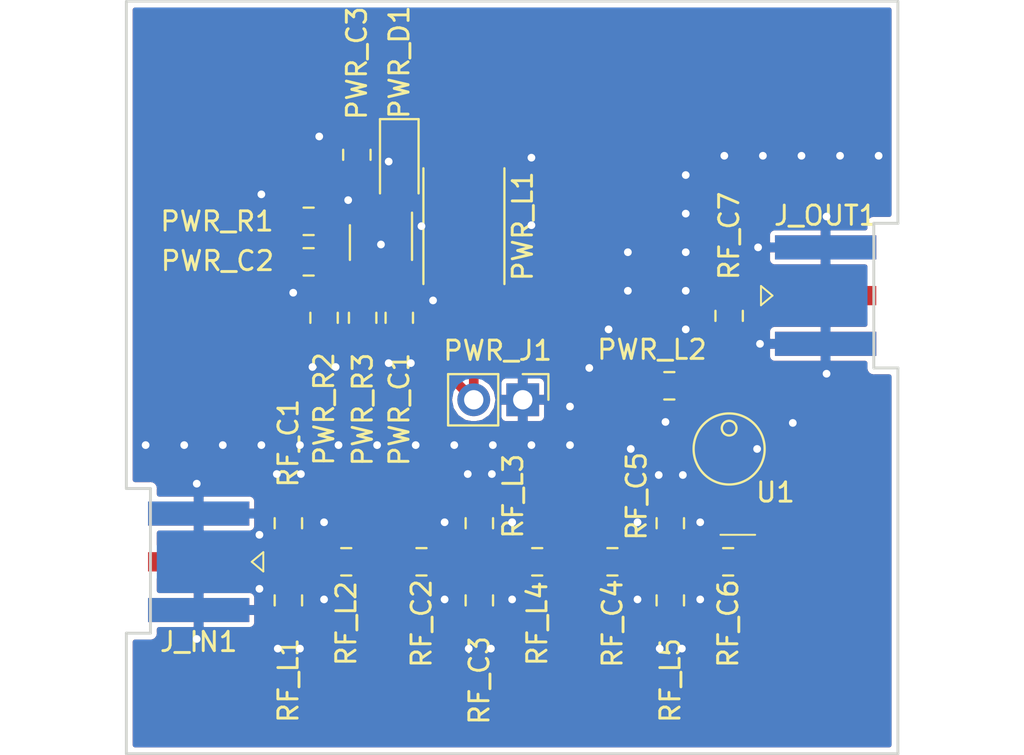
<source format=kicad_pcb>
(kicad_pcb (version 20171130) (host pcbnew "(5.0.1-3-g963ef8bb5)")

  (general
    (thickness 1.6)
    (drawings 14)
    (tracks 127)
    (zones 0)
    (modules 26)
    (nets 15)
  )

  (page A4)
  (layers
    (0 F.Cu signal)
    (31 B.Cu signal)
    (32 B.Adhes user)
    (33 F.Adhes user)
    (34 B.Paste user)
    (35 F.Paste user)
    (36 B.SilkS user)
    (37 F.SilkS user)
    (38 B.Mask user)
    (39 F.Mask user)
    (40 Dwgs.User user)
    (41 Cmts.User user)
    (42 Eco1.User user)
    (43 Eco2.User user)
    (44 Edge.Cuts user)
    (45 Margin user)
    (46 B.CrtYd user)
    (47 F.CrtYd user)
    (48 B.Fab user)
    (49 F.Fab user)
  )

  (setup
    (last_trace_width 0.32)
    (trace_clearance 0.2)
    (zone_clearance 0.508)
    (zone_45_only no)
    (trace_min 0.2)
    (segment_width 0.2)
    (edge_width 0.15)
    (via_size 0.8)
    (via_drill 0.4)
    (via_min_size 0.4)
    (via_min_drill 0.3)
    (uvia_size 0.3)
    (uvia_drill 0.1)
    (uvias_allowed no)
    (uvia_min_size 0.2)
    (uvia_min_drill 0.1)
    (pcb_text_width 0.3)
    (pcb_text_size 1.5 1.5)
    (mod_edge_width 0.15)
    (mod_text_size 1 1)
    (mod_text_width 0.15)
    (pad_size 1.524 1.524)
    (pad_drill 0.762)
    (pad_to_mask_clearance 0.051)
    (solder_mask_min_width 0.25)
    (aux_axis_origin 0 0)
    (visible_elements FFFFFF7F)
    (pcbplotparams
      (layerselection 0x010fc_ffffffff)
      (usegerberextensions false)
      (usegerberattributes false)
      (usegerberadvancedattributes false)
      (creategerberjobfile false)
      (excludeedgelayer true)
      (linewidth 0.050000)
      (plotframeref false)
      (viasonmask false)
      (mode 1)
      (useauxorigin false)
      (hpglpennumber 1)
      (hpglpenspeed 20)
      (hpglpendiameter 15.000000)
      (psnegative false)
      (psa4output false)
      (plotreference true)
      (plotvalue true)
      (plotinvisibletext false)
      (padsonsilk false)
      (subtractmaskfromsilk false)
      (outputformat 1)
      (mirror false)
      (drillshape 1)
      (scaleselection 1)
      (outputdirectory ""))
  )

  (net 0 "")
  (net 1 GND)
  (net 2 "Net-(J_IN1-Pad1)")
  (net 3 "Net-(J_OUT1-Pad1)")
  (net 4 "Net-(PWR_C1-Pad1)")
  (net 5 "Net-(PWR_C2-Pad1)")
  (net 6 "Net-(PWR_C2-Pad2)")
  (net 7 "Net-(PWR_D1-Pad2)")
  (net 8 "Net-(PWR_L2-Pad2)")
  (net 9 "Net-(PWR_R3-Pad1)")
  (net 10 "Net-(RF_C2-Pad2)")
  (net 11 "Net-(RF_C2-Pad1)")
  (net 12 "Net-(RF_C4-Pad1)")
  (net 13 "Net-(RF_C4-Pad2)")
  (net 14 "Net-(RF_C6-Pad1)")

  (net_class Default "This is the default net class."
    (clearance 0.2)
    (trace_width 0.32)
    (via_dia 0.8)
    (via_drill 0.4)
    (uvia_dia 0.3)
    (uvia_drill 0.1)
    (add_net GND)
    (add_net "Net-(J_IN1-Pad1)")
    (add_net "Net-(J_OUT1-Pad1)")
    (add_net "Net-(PWR_C1-Pad1)")
    (add_net "Net-(PWR_C2-Pad1)")
    (add_net "Net-(PWR_C2-Pad2)")
    (add_net "Net-(PWR_D1-Pad2)")
    (add_net "Net-(PWR_L2-Pad2)")
    (add_net "Net-(PWR_R3-Pad1)")
    (add_net "Net-(RF_C2-Pad1)")
    (add_net "Net-(RF_C2-Pad2)")
    (add_net "Net-(RF_C4-Pad1)")
    (add_net "Net-(RF_C4-Pad2)")
    (add_net "Net-(RF_C6-Pad1)")
  )

  (module Inductor_SMD:L_Taiyo-Yuden_NR-40xx_HandSoldering (layer F.Cu) (tedit 5D06A92B) (tstamp 5D38F642)
    (at 117.5 111.65 90)
    (descr "Inductor, Taiyo Yuden, NR series, Taiyo-Yuden_NR-40xx, 4.0mmx4.0mm")
    (tags "inductor taiyo-yuden nr smd")
    (path /5D0438E0)
    (attr smd)
    (fp_text reference PWR_L1 (at 0 3.05 90) (layer F.SilkS)
      (effects (font (size 1 1) (thickness 0.15)))
    )
    (fp_text value L (at 0 3.5 90) (layer F.Fab) hide
      (effects (font (size 1 1) (thickness 0.15)))
    )
    (fp_text user %R (at 0 0 90) (layer F.Fab) hide
      (effects (font (size 1 1) (thickness 0.15)))
    )
    (fp_line (start -2 0) (end -2 -1.25) (layer F.Fab) (width 0.1))
    (fp_line (start -2 -1.25) (end -1.25 -2) (layer F.Fab) (width 0.1))
    (fp_line (start -1.25 -2) (end 0 -2) (layer F.Fab) (width 0.1))
    (fp_line (start 2 0) (end 2 -1.25) (layer F.Fab) (width 0.1))
    (fp_line (start 2 -1.25) (end 1.25 -2) (layer F.Fab) (width 0.1))
    (fp_line (start 1.25 -2) (end 0 -2) (layer F.Fab) (width 0.1))
    (fp_line (start 2 0) (end 2 1.25) (layer F.Fab) (width 0.1))
    (fp_line (start 2 1.25) (end 1.25 2) (layer F.Fab) (width 0.1))
    (fp_line (start 1.25 2) (end 0 2) (layer F.Fab) (width 0.1))
    (fp_line (start -2 0) (end -2 1.25) (layer F.Fab) (width 0.1))
    (fp_line (start -2 1.25) (end -1.25 2) (layer F.Fab) (width 0.1))
    (fp_line (start -1.25 2) (end 0 2) (layer F.Fab) (width 0.1))
    (fp_line (start -3 -2.1) (end 3 -2.1) (layer F.SilkS) (width 0.12))
    (fp_line (start -3 2.1) (end 3 2.1) (layer F.SilkS) (width 0.12))
    (fp_line (start -3.25 -2.25) (end -3.25 2.25) (layer F.CrtYd) (width 0.05))
    (fp_line (start -3.25 2.25) (end 3.25 2.25) (layer F.CrtYd) (width 0.05))
    (fp_line (start 3.25 2.25) (end 3.25 -2.25) (layer F.CrtYd) (width 0.05))
    (fp_line (start 3.25 -2.25) (end -3.25 -2.25) (layer F.CrtYd) (width 0.05))
    (pad 1 smd rect (at -1.9 0 90) (size 2.2 3.9) (layers F.Cu F.Paste F.Mask)
      (net 4 "Net-(PWR_C1-Pad1)"))
    (pad 2 smd rect (at 1.9 0 90) (size 2.2 3.9) (layers F.Cu F.Paste F.Mask)
      (net 7 "Net-(PWR_D1-Pad2)"))
    (model ${KISYS3DMOD}/Inductor_SMD.3dshapes/L_Taiyo-Yuden_NR-40xx.wrl
      (at (xyz 0 0 0))
      (scale (xyz 1 1 1))
      (rotate (xyz 0 0 0))
    )
  )

  (module Capacitor_SMD:C_0805_2012Metric_Pad1.15x1.40mm_HandSolder (layer F.Cu) (tedit 5D06C080) (tstamp 5D38A45C)
    (at 115.3 129.05 180)
    (descr "Capacitor SMD 0805 (2012 Metric), square (rectangular) end terminal, IPC_7351 nominal with elongated pad for handsoldering. (Body size source: https://docs.google.com/spreadsheets/d/1BsfQQcO9C6DZCsRaXUlFlo91Tg2WpOkGARC1WS5S8t0/edit?usp=sharing), generated with kicad-footprint-generator")
    (tags "capacitor handsolder")
    (path /5D05C6CF)
    (attr smd)
    (fp_text reference RF_C2 (at 0 -3.2 270) (layer F.SilkS)
      (effects (font (size 1 1) (thickness 0.15)))
    )
    (fp_text value 1.744p (at 0 1.65 180) (layer F.Fab) hide
      (effects (font (size 1 1) (thickness 0.15)))
    )
    (fp_text user %R (at 0 0 180) (layer F.Fab) hide
      (effects (font (size 0.5 0.5) (thickness 0.08)))
    )
    (fp_line (start 1.85 0.95) (end -1.85 0.95) (layer F.CrtYd) (width 0.05))
    (fp_line (start 1.85 -0.95) (end 1.85 0.95) (layer F.CrtYd) (width 0.05))
    (fp_line (start -1.85 -0.95) (end 1.85 -0.95) (layer F.CrtYd) (width 0.05))
    (fp_line (start -1.85 0.95) (end -1.85 -0.95) (layer F.CrtYd) (width 0.05))
    (fp_line (start -0.261252 0.71) (end 0.261252 0.71) (layer F.SilkS) (width 0.12))
    (fp_line (start -0.261252 -0.71) (end 0.261252 -0.71) (layer F.SilkS) (width 0.12))
    (fp_line (start 1 0.6) (end -1 0.6) (layer F.Fab) (width 0.1))
    (fp_line (start 1 -0.6) (end 1 0.6) (layer F.Fab) (width 0.1))
    (fp_line (start -1 -0.6) (end 1 -0.6) (layer F.Fab) (width 0.1))
    (fp_line (start -1 0.6) (end -1 -0.6) (layer F.Fab) (width 0.1))
    (pad 2 smd roundrect (at 1.025 0 180) (size 1.15 1.4) (layers F.Cu F.Paste F.Mask) (roundrect_rratio 0.217391)
      (net 10 "Net-(RF_C2-Pad2)"))
    (pad 1 smd roundrect (at -1.025 0 180) (size 1.15 1.4) (layers F.Cu F.Paste F.Mask) (roundrect_rratio 0.217391)
      (net 11 "Net-(RF_C2-Pad1)"))
    (model ${KISYS3DMOD}/Capacitor_SMD.3dshapes/C_0805_2012Metric.wrl
      (at (xyz 0 0 0))
      (scale (xyz 1 1 1))
      (rotate (xyz 0 0 0))
    )
  )

  (module Connector_Coaxial:SMA_Jack_Horizontal (layer F.Cu) (tedit 5D06AE51) (tstamp 5D38A35E)
    (at 103.75 129.05 180)
    (path /5D066951)
    (fp_text reference J_IN1 (at 0 -4.15 180) (layer F.SilkS)
      (effects (font (size 1 1) (thickness 0.15)))
    )
    (fp_text value Conn_Coaxial (at 3.55 4.15 180) (layer F.Fab) hide
      (effects (font (size 1 1) (thickness 0.15)))
    )
    (fp_line (start 2.65 -3) (end 2.65 3) (layer F.Fab) (width 0.1))
    (fp_line (start 2.65 3) (end 3.65 3) (layer F.Fab) (width 0.1))
    (fp_line (start 3.65 3.165) (end 3.65 -3.165) (layer F.Fab) (width 0.1))
    (fp_line (start 3.65 -3) (end 2.65 -3) (layer F.Fab) (width 0.1))
    (fp_line (start 2.65 3) (end -2.35 3) (layer F.Fab) (width 0.1))
    (fp_line (start -2.35 3) (end -2.35 -3) (layer F.Fab) (width 0.1))
    (fp_line (start -2.35 -3) (end 2.65 -3) (layer F.Fab) (width 0.1))
    (fp_line (start -2.75 0) (end -3.35 0.5) (layer F.SilkS) (width 0.1))
    (fp_line (start -3.35 0.5) (end -3.35 -0.5) (layer F.SilkS) (width 0.1))
    (fp_line (start -3.35 -0.5) (end -2.75 0) (layer F.SilkS) (width 0.1))
    (fp_line (start 2.75 0) (end 3.35 0.5) (layer F.Fab) (width 0.1))
    (fp_line (start 3.35 0.5) (end 3.35 -0.5) (layer F.Fab) (width 0.1))
    (fp_line (start 3.35 -0.5) (end 2.75 0) (layer F.Fab) (width 0.1))
    (fp_line (start 9.9 3.165) (end 9.9 -3.165) (layer F.Fab) (width 0.1))
    (fp_line (start 9.9 3.165) (end 3.65 3.165) (layer F.Fab) (width 0.1))
    (fp_line (start 3.65 -3.165) (end 9.85 -3.165) (layer F.Fab) (width 0.1))
    (fp_line (start -3.6 -3.42) (end -3.6 3.42) (layer F.CrtYd) (width 0.1))
    (fp_line (start -3.6 3.42) (end 10.25 3.42) (layer F.CrtYd) (width 0.1))
    (fp_line (start 10.25 3.42) (end 10.25 -3.42) (layer F.CrtYd) (width 0.1))
    (fp_line (start 10.25 -3.42) (end -3.6 -3.42) (layer F.CrtYd) (width 0.1))
    (pad 2 smd rect (at 0 -2.5 180) (size 5.25 1.25) (layers F.Cu F.Paste F.Mask)
      (net 1 GND))
    (pad 1 smd rect (at 0 0 180) (size 5.25 1) (layers F.Cu F.Paste F.Mask)
      (net 2 "Net-(J_IN1-Pad1)"))
    (pad 2 smd rect (at 0 2.5 180) (size 5.25 1.25) (layers F.Cu F.Paste F.Mask)
      (net 1 GND))
    (pad 2 smd rect (at 0 -2.5 180) (size 5.25 1.25) (layers B.Cu B.Paste B.Mask)
      (net 1 GND))
    (pad 2 smd rect (at 0 2.5 180) (size 5.25 1.25) (layers B.Cu B.Paste B.Mask)
      (net 1 GND))
  )

  (module Connector_Coaxial:SMA_Jack_Horizontal (layer F.Cu) (tedit 5D06AE4B) (tstamp 5D38A37B)
    (at 136.25 115.25)
    (path /5D0412B9)
    (fp_text reference J_OUT1 (at 0 -4.15) (layer F.SilkS)
      (effects (font (size 1 1) (thickness 0.15)))
    )
    (fp_text value Conn_Coaxial (at 3.55 4.15) (layer F.Fab) hide
      (effects (font (size 1 1) (thickness 0.15)))
    )
    (fp_line (start 2.65 -3) (end 2.65 3) (layer F.Fab) (width 0.1))
    (fp_line (start 2.65 3) (end 3.65 3) (layer F.Fab) (width 0.1))
    (fp_line (start 3.65 3.165) (end 3.65 -3.165) (layer F.Fab) (width 0.1))
    (fp_line (start 3.65 -3) (end 2.65 -3) (layer F.Fab) (width 0.1))
    (fp_line (start 2.65 3) (end -2.35 3) (layer F.Fab) (width 0.1))
    (fp_line (start -2.35 3) (end -2.35 -3) (layer F.Fab) (width 0.1))
    (fp_line (start -2.35 -3) (end 2.65 -3) (layer F.Fab) (width 0.1))
    (fp_line (start -2.75 0) (end -3.35 0.5) (layer F.SilkS) (width 0.1))
    (fp_line (start -3.35 0.5) (end -3.35 -0.5) (layer F.SilkS) (width 0.1))
    (fp_line (start -3.35 -0.5) (end -2.75 0) (layer F.SilkS) (width 0.1))
    (fp_line (start 2.75 0) (end 3.35 0.5) (layer F.Fab) (width 0.1))
    (fp_line (start 3.35 0.5) (end 3.35 -0.5) (layer F.Fab) (width 0.1))
    (fp_line (start 3.35 -0.5) (end 2.75 0) (layer F.Fab) (width 0.1))
    (fp_line (start 9.9 3.165) (end 9.9 -3.165) (layer F.Fab) (width 0.1))
    (fp_line (start 9.9 3.165) (end 3.65 3.165) (layer F.Fab) (width 0.1))
    (fp_line (start 3.65 -3.165) (end 9.85 -3.165) (layer F.Fab) (width 0.1))
    (fp_line (start -3.6 -3.42) (end -3.6 3.42) (layer F.CrtYd) (width 0.1))
    (fp_line (start -3.6 3.42) (end 10.25 3.42) (layer F.CrtYd) (width 0.1))
    (fp_line (start 10.25 3.42) (end 10.25 -3.42) (layer F.CrtYd) (width 0.1))
    (fp_line (start 10.25 -3.42) (end -3.6 -3.42) (layer F.CrtYd) (width 0.1))
    (pad 2 smd rect (at 0 -2.5) (size 5.25 1.25) (layers F.Cu F.Paste F.Mask)
      (net 1 GND))
    (pad 1 smd rect (at 0 0) (size 5.25 1) (layers F.Cu F.Paste F.Mask)
      (net 3 "Net-(J_OUT1-Pad1)"))
    (pad 2 smd rect (at 0 2.5) (size 5.25 1.25) (layers F.Cu F.Paste F.Mask)
      (net 1 GND))
    (pad 2 smd rect (at 0 -2.5) (size 5.25 1.25) (layers B.Cu B.Paste B.Mask)
      (net 1 GND))
    (pad 2 smd rect (at 0 2.5) (size 5.25 1.25) (layers B.Cu B.Paste B.Mask)
      (net 1 GND))
  )

  (module Capacitor_SMD:C_0805_2012Metric_Pad1.15x1.40mm_HandSolder (layer F.Cu) (tedit 5D06F202) (tstamp 5D38F52F)
    (at 114.15 116.4 270)
    (descr "Capacitor SMD 0805 (2012 Metric), square (rectangular) end terminal, IPC_7351 nominal with elongated pad for handsoldering. (Body size source: https://docs.google.com/spreadsheets/d/1BsfQQcO9C6DZCsRaXUlFlo91Tg2WpOkGARC1WS5S8t0/edit?usp=sharing), generated with kicad-footprint-generator")
    (tags "capacitor handsolder")
    (path /5D043F4B)
    (attr smd)
    (fp_text reference PWR_C1 (at 4.75 0 270) (layer F.SilkS)
      (effects (font (size 1 1) (thickness 0.15)))
    )
    (fp_text value 10u (at 0 1.65 270) (layer F.Fab) hide
      (effects (font (size 1 1) (thickness 0.15)))
    )
    (fp_line (start -1 0.6) (end -1 -0.6) (layer F.Fab) (width 0.1))
    (fp_line (start -1 -0.6) (end 1 -0.6) (layer F.Fab) (width 0.1))
    (fp_line (start 1 -0.6) (end 1 0.6) (layer F.Fab) (width 0.1))
    (fp_line (start 1 0.6) (end -1 0.6) (layer F.Fab) (width 0.1))
    (fp_line (start -0.261252 -0.71) (end 0.261252 -0.71) (layer F.SilkS) (width 0.12))
    (fp_line (start -0.261252 0.71) (end 0.261252 0.71) (layer F.SilkS) (width 0.12))
    (fp_line (start -1.85 0.95) (end -1.85 -0.95) (layer F.CrtYd) (width 0.05))
    (fp_line (start -1.85 -0.95) (end 1.85 -0.95) (layer F.CrtYd) (width 0.05))
    (fp_line (start 1.85 -0.95) (end 1.85 0.95) (layer F.CrtYd) (width 0.05))
    (fp_line (start 1.85 0.95) (end -1.85 0.95) (layer F.CrtYd) (width 0.05))
    (fp_text user %R (at 0 0 270) (layer F.Fab) hide
      (effects (font (size 0.5 0.5) (thickness 0.08)))
    )
    (pad 1 smd roundrect (at -1.025 0 270) (size 1.15 1.4) (layers F.Cu F.Paste F.Mask) (roundrect_rratio 0.217391)
      (net 4 "Net-(PWR_C1-Pad1)"))
    (pad 2 smd roundrect (at 1.025 0 270) (size 1.15 1.4) (layers F.Cu F.Paste F.Mask) (roundrect_rratio 0.217391)
      (net 1 GND))
    (model ${KISYS3DMOD}/Capacitor_SMD.3dshapes/C_0805_2012Metric.wrl
      (at (xyz 0 0 0))
      (scale (xyz 1 1 1))
      (rotate (xyz 0 0 0))
    )
  )

  (module Capacitor_SMD:C_0805_2012Metric_Pad1.15x1.40mm_HandSolder (layer F.Cu) (tedit 5D06A932) (tstamp 5D38F6B2)
    (at 109.45 113.5)
    (descr "Capacitor SMD 0805 (2012 Metric), square (rectangular) end terminal, IPC_7351 nominal with elongated pad for handsoldering. (Body size source: https://docs.google.com/spreadsheets/d/1BsfQQcO9C6DZCsRaXUlFlo91Tg2WpOkGARC1WS5S8t0/edit?usp=sharing), generated with kicad-footprint-generator")
    (tags "capacitor handsolder")
    (path /5D0CA74E)
    (attr smd)
    (fp_text reference PWR_C2 (at -4.725 -0.05) (layer F.SilkS)
      (effects (font (size 1 1) (thickness 0.15)))
    )
    (fp_text value 330p (at 0 1.65) (layer F.Fab) hide
      (effects (font (size 1 1) (thickness 0.15)))
    )
    (fp_line (start -1 0.6) (end -1 -0.6) (layer F.Fab) (width 0.1))
    (fp_line (start -1 -0.6) (end 1 -0.6) (layer F.Fab) (width 0.1))
    (fp_line (start 1 -0.6) (end 1 0.6) (layer F.Fab) (width 0.1))
    (fp_line (start 1 0.6) (end -1 0.6) (layer F.Fab) (width 0.1))
    (fp_line (start -0.261252 -0.71) (end 0.261252 -0.71) (layer F.SilkS) (width 0.12))
    (fp_line (start -0.261252 0.71) (end 0.261252 0.71) (layer F.SilkS) (width 0.12))
    (fp_line (start -1.85 0.95) (end -1.85 -0.95) (layer F.CrtYd) (width 0.05))
    (fp_line (start -1.85 -0.95) (end 1.85 -0.95) (layer F.CrtYd) (width 0.05))
    (fp_line (start 1.85 -0.95) (end 1.85 0.95) (layer F.CrtYd) (width 0.05))
    (fp_line (start 1.85 0.95) (end -1.85 0.95) (layer F.CrtYd) (width 0.05))
    (fp_text user %R (at 0 0) (layer F.Fab) hide
      (effects (font (size 0.5 0.5) (thickness 0.08)))
    )
    (pad 1 smd roundrect (at -1.025 0) (size 1.15 1.4) (layers F.Cu F.Paste F.Mask) (roundrect_rratio 0.217391)
      (net 5 "Net-(PWR_C2-Pad1)"))
    (pad 2 smd roundrect (at 1.025 0) (size 1.15 1.4) (layers F.Cu F.Paste F.Mask) (roundrect_rratio 0.217391)
      (net 6 "Net-(PWR_C2-Pad2)"))
    (model ${KISYS3DMOD}/Capacitor_SMD.3dshapes/C_0805_2012Metric.wrl
      (at (xyz 0 0 0))
      (scale (xyz 1 1 1))
      (rotate (xyz 0 0 0))
    )
  )

  (module Capacitor_SMD:C_0805_2012Metric_Pad1.15x1.40mm_HandSolder (layer F.Cu) (tedit 5D06ED84) (tstamp 5D38F59E)
    (at 111.95 107.95 270)
    (descr "Capacitor SMD 0805 (2012 Metric), square (rectangular) end terminal, IPC_7351 nominal with elongated pad for handsoldering. (Body size source: https://docs.google.com/spreadsheets/d/1BsfQQcO9C6DZCsRaXUlFlo91Tg2WpOkGARC1WS5S8t0/edit?usp=sharing), generated with kicad-footprint-generator")
    (tags "capacitor handsolder")
    (path /5D043BB5)
    (attr smd)
    (fp_text reference PWR_C3 (at -4.75 0 270) (layer F.SilkS)
      (effects (font (size 1 1) (thickness 0.15)))
    )
    (fp_text value 10u (at 0 1.65 270) (layer F.Fab) hide
      (effects (font (size 1 1) (thickness 0.15)))
    )
    (fp_text user %R (at 0 0 270) (layer F.Fab) hide
      (effects (font (size 0.5 0.5) (thickness 0.08)))
    )
    (fp_line (start 1.85 0.95) (end -1.85 0.95) (layer F.CrtYd) (width 0.05))
    (fp_line (start 1.85 -0.95) (end 1.85 0.95) (layer F.CrtYd) (width 0.05))
    (fp_line (start -1.85 -0.95) (end 1.85 -0.95) (layer F.CrtYd) (width 0.05))
    (fp_line (start -1.85 0.95) (end -1.85 -0.95) (layer F.CrtYd) (width 0.05))
    (fp_line (start -0.261252 0.71) (end 0.261252 0.71) (layer F.SilkS) (width 0.12))
    (fp_line (start -0.261252 -0.71) (end 0.261252 -0.71) (layer F.SilkS) (width 0.12))
    (fp_line (start 1 0.6) (end -1 0.6) (layer F.Fab) (width 0.1))
    (fp_line (start 1 -0.6) (end 1 0.6) (layer F.Fab) (width 0.1))
    (fp_line (start -1 -0.6) (end 1 -0.6) (layer F.Fab) (width 0.1))
    (fp_line (start -1 0.6) (end -1 -0.6) (layer F.Fab) (width 0.1))
    (pad 2 smd roundrect (at 1.025 0 270) (size 1.15 1.4) (layers F.Cu F.Paste F.Mask) (roundrect_rratio 0.217391)
      (net 1 GND))
    (pad 1 smd roundrect (at -1.025 0 270) (size 1.15 1.4) (layers F.Cu F.Paste F.Mask) (roundrect_rratio 0.217391)
      (net 5 "Net-(PWR_C2-Pad1)"))
    (model ${KISYS3DMOD}/Capacitor_SMD.3dshapes/C_0805_2012Metric.wrl
      (at (xyz 0 0 0))
      (scale (xyz 1 1 1))
      (rotate (xyz 0 0 0))
    )
  )

  (module Diode_SMD:D_SOD-123F (layer F.Cu) (tedit 5D06B18F) (tstamp 5D38F4EF)
    (at 114.15 108.3 270)
    (descr D_SOD-123F)
    (tags D_SOD-123F)
    (path /5D043990)
    (attr smd)
    (fp_text reference PWR_D1 (at -5.15 0 270) (layer F.SilkS)
      (effects (font (size 1 1) (thickness 0.15)))
    )
    (fp_text value D_Schottky (at 0 2.1 270) (layer F.Fab) hide
      (effects (font (size 1 1) (thickness 0.15)))
    )
    (fp_text user %R (at -0.127 -1.905 270) (layer F.Fab) hide
      (effects (font (size 1 1) (thickness 0.15)))
    )
    (fp_line (start -2.2 -1) (end -2.2 1) (layer F.SilkS) (width 0.12))
    (fp_line (start 0.25 0) (end 0.75 0) (layer F.Fab) (width 0.1))
    (fp_line (start 0.25 0.4) (end -0.35 0) (layer F.Fab) (width 0.1))
    (fp_line (start 0.25 -0.4) (end 0.25 0.4) (layer F.Fab) (width 0.1))
    (fp_line (start -0.35 0) (end 0.25 -0.4) (layer F.Fab) (width 0.1))
    (fp_line (start -0.35 0) (end -0.35 0.55) (layer F.Fab) (width 0.1))
    (fp_line (start -0.35 0) (end -0.35 -0.55) (layer F.Fab) (width 0.1))
    (fp_line (start -0.75 0) (end -0.35 0) (layer F.Fab) (width 0.1))
    (fp_line (start -1.4 0.9) (end -1.4 -0.9) (layer F.Fab) (width 0.1))
    (fp_line (start 1.4 0.9) (end -1.4 0.9) (layer F.Fab) (width 0.1))
    (fp_line (start 1.4 -0.9) (end 1.4 0.9) (layer F.Fab) (width 0.1))
    (fp_line (start -1.4 -0.9) (end 1.4 -0.9) (layer F.Fab) (width 0.1))
    (fp_line (start -2.2 -1.15) (end 2.2 -1.15) (layer F.CrtYd) (width 0.05))
    (fp_line (start 2.2 -1.15) (end 2.2 1.15) (layer F.CrtYd) (width 0.05))
    (fp_line (start 2.2 1.15) (end -2.2 1.15) (layer F.CrtYd) (width 0.05))
    (fp_line (start -2.2 -1.15) (end -2.2 1.15) (layer F.CrtYd) (width 0.05))
    (fp_line (start -2.2 1) (end 1.65 1) (layer F.SilkS) (width 0.12))
    (fp_line (start -2.2 -1) (end 1.65 -1) (layer F.SilkS) (width 0.12))
    (pad 1 smd rect (at -1.4 0 270) (size 1.1 1.1) (layers F.Cu F.Paste F.Mask)
      (net 5 "Net-(PWR_C2-Pad1)"))
    (pad 2 smd rect (at 1.4 0 270) (size 1.1 1.1) (layers F.Cu F.Paste F.Mask)
      (net 7 "Net-(PWR_D1-Pad2)"))
    (model ${KISYS3DMOD}/Diode_SMD.3dshapes/D_SOD-123F.wrl
      (at (xyz 0 0 0))
      (scale (xyz 1 1 1))
      (rotate (xyz 0 0 0))
    )
  )

  (module Connector_PinHeader_2.54mm:PinHeader_1x02_P2.54mm_Vertical (layer F.Cu) (tedit 5D06F2F3) (tstamp 5D38F564)
    (at 120.55 120.65 270)
    (descr "Through hole straight pin header, 1x02, 2.54mm pitch, single row")
    (tags "Through hole pin header THT 1x02 2.54mm single row")
    (path /5D0FC346)
    (fp_text reference PWR_J1 (at -2.55 1.3) (layer F.SilkS)
      (effects (font (size 1 1) (thickness 0.15)))
    )
    (fp_text value Conn_01x02_Female (at 0 4.87 270) (layer F.Fab) hide
      (effects (font (size 1 1) (thickness 0.15)))
    )
    (fp_line (start -0.635 -1.27) (end 1.27 -1.27) (layer F.Fab) (width 0.1))
    (fp_line (start 1.27 -1.27) (end 1.27 3.81) (layer F.Fab) (width 0.1))
    (fp_line (start 1.27 3.81) (end -1.27 3.81) (layer F.Fab) (width 0.1))
    (fp_line (start -1.27 3.81) (end -1.27 -0.635) (layer F.Fab) (width 0.1))
    (fp_line (start -1.27 -0.635) (end -0.635 -1.27) (layer F.Fab) (width 0.1))
    (fp_line (start -1.33 3.87) (end 1.33 3.87) (layer F.SilkS) (width 0.12))
    (fp_line (start -1.33 1.27) (end -1.33 3.87) (layer F.SilkS) (width 0.12))
    (fp_line (start 1.33 1.27) (end 1.33 3.87) (layer F.SilkS) (width 0.12))
    (fp_line (start -1.33 1.27) (end 1.33 1.27) (layer F.SilkS) (width 0.12))
    (fp_line (start -1.33 0) (end -1.33 -1.33) (layer F.SilkS) (width 0.12))
    (fp_line (start -1.33 -1.33) (end 0 -1.33) (layer F.SilkS) (width 0.12))
    (fp_line (start -1.8 -1.8) (end -1.8 4.35) (layer F.CrtYd) (width 0.05))
    (fp_line (start -1.8 4.35) (end 1.8 4.35) (layer F.CrtYd) (width 0.05))
    (fp_line (start 1.8 4.35) (end 1.8 -1.8) (layer F.CrtYd) (width 0.05))
    (fp_line (start 1.8 -1.8) (end -1.8 -1.8) (layer F.CrtYd) (width 0.05))
    (fp_text user %R (at 0 1.27) (layer F.Fab) hide
      (effects (font (size 1 1) (thickness 0.15)))
    )
    (pad 1 thru_hole rect (at 0 0 270) (size 1.7 1.7) (drill 1) (layers *.Cu *.Mask)
      (net 1 GND))
    (pad 2 thru_hole oval (at 0 2.54 270) (size 1.7 1.7) (drill 1) (layers *.Cu *.Mask)
      (net 4 "Net-(PWR_C1-Pad1)"))
    (model ${KISYS3DMOD}/Connector_PinHeader_2.54mm.3dshapes/PinHeader_1x02_P2.54mm_Vertical.wrl
      (at (xyz 0 0 0))
      (scale (xyz 1 1 1))
      (rotate (xyz 0 0 0))
    )
  )

  (module Inductor_SMD:L_0805_2012Metric_Pad1.15x1.40mm_HandSolder (layer F.Cu) (tedit 5D06F24C) (tstamp 5D38A407)
    (at 128.15 119.925)
    (descr "Capacitor SMD 0805 (2012 Metric), square (rectangular) end terminal, IPC_7351 nominal with elongated pad for handsoldering. (Body size source: https://docs.google.com/spreadsheets/d/1BsfQQcO9C6DZCsRaXUlFlo91Tg2WpOkGARC1WS5S8t0/edit?usp=sharing), generated with kicad-footprint-generator")
    (tags "inductor handsolder")
    (path /5D04104B)
    (attr smd)
    (fp_text reference PWR_L2 (at -0.9 -1.875) (layer F.SilkS)
      (effects (font (size 1 1) (thickness 0.15)))
    )
    (fp_text value L (at 0 1.65) (layer F.Fab) hide
      (effects (font (size 1 1) (thickness 0.15)))
    )
    (fp_line (start -1 0.6) (end -1 -0.6) (layer F.Fab) (width 0.1))
    (fp_line (start -1 -0.6) (end 1 -0.6) (layer F.Fab) (width 0.1))
    (fp_line (start 1 -0.6) (end 1 0.6) (layer F.Fab) (width 0.1))
    (fp_line (start 1 0.6) (end -1 0.6) (layer F.Fab) (width 0.1))
    (fp_line (start -0.261252 -0.71) (end 0.261252 -0.71) (layer F.SilkS) (width 0.12))
    (fp_line (start -0.261252 0.71) (end 0.261252 0.71) (layer F.SilkS) (width 0.12))
    (fp_line (start -1.85 0.95) (end -1.85 -0.95) (layer F.CrtYd) (width 0.05))
    (fp_line (start -1.85 -0.95) (end 1.85 -0.95) (layer F.CrtYd) (width 0.05))
    (fp_line (start 1.85 -0.95) (end 1.85 0.95) (layer F.CrtYd) (width 0.05))
    (fp_line (start 1.85 0.95) (end -1.85 0.95) (layer F.CrtYd) (width 0.05))
    (fp_text user %R (at 0 0) (layer F.Fab) hide
      (effects (font (size 0.5 0.5) (thickness 0.08)))
    )
    (pad 1 smd roundrect (at -1.025 0) (size 1.15 1.4) (layers F.Cu F.Paste F.Mask) (roundrect_rratio 0.217391)
      (net 5 "Net-(PWR_C2-Pad1)"))
    (pad 2 smd roundrect (at 1.025 0) (size 1.15 1.4) (layers F.Cu F.Paste F.Mask) (roundrect_rratio 0.217391)
      (net 8 "Net-(PWR_L2-Pad2)"))
    (model ${KISYS3DMOD}/Inductor_SMD.3dshapes/L_0805_2012Metric.wrl
      (at (xyz 0 0 0))
      (scale (xyz 1 1 1))
      (rotate (xyz 0 0 0))
    )
  )

  (module Resistor_SMD:R_0805_2012Metric_Pad1.15x1.40mm_HandSolder (layer F.Cu) (tedit 5D06EC53) (tstamp 5D38F4B7)
    (at 109.45 111.4)
    (descr "Resistor SMD 0805 (2012 Metric), square (rectangular) end terminal, IPC_7351 nominal with elongated pad for handsoldering. (Body size source: https://docs.google.com/spreadsheets/d/1BsfQQcO9C6DZCsRaXUlFlo91Tg2WpOkGARC1WS5S8t0/edit?usp=sharing), generated with kicad-footprint-generator")
    (tags "resistor handsolder")
    (path /5D043A1B)
    (attr smd)
    (fp_text reference PWR_R1 (at -4.75 0 180) (layer F.SilkS)
      (effects (font (size 1 1) (thickness 0.15)))
    )
    (fp_text value 82.5k (at 0 1.65) (layer F.Fab) hide
      (effects (font (size 1 1) (thickness 0.15)))
    )
    (fp_text user %R (at 0 0) (layer F.Fab) hide
      (effects (font (size 0.5 0.5) (thickness 0.08)))
    )
    (fp_line (start 1.85 0.95) (end -1.85 0.95) (layer F.CrtYd) (width 0.05))
    (fp_line (start 1.85 -0.95) (end 1.85 0.95) (layer F.CrtYd) (width 0.05))
    (fp_line (start -1.85 -0.95) (end 1.85 -0.95) (layer F.CrtYd) (width 0.05))
    (fp_line (start -1.85 0.95) (end -1.85 -0.95) (layer F.CrtYd) (width 0.05))
    (fp_line (start -0.261252 0.71) (end 0.261252 0.71) (layer F.SilkS) (width 0.12))
    (fp_line (start -0.261252 -0.71) (end 0.261252 -0.71) (layer F.SilkS) (width 0.12))
    (fp_line (start 1 0.6) (end -1 0.6) (layer F.Fab) (width 0.1))
    (fp_line (start 1 -0.6) (end 1 0.6) (layer F.Fab) (width 0.1))
    (fp_line (start -1 -0.6) (end 1 -0.6) (layer F.Fab) (width 0.1))
    (fp_line (start -1 0.6) (end -1 -0.6) (layer F.Fab) (width 0.1))
    (pad 2 smd roundrect (at 1.025 0) (size 1.15 1.4) (layers F.Cu F.Paste F.Mask) (roundrect_rratio 0.217391)
      (net 6 "Net-(PWR_C2-Pad2)"))
    (pad 1 smd roundrect (at -1.025 0) (size 1.15 1.4) (layers F.Cu F.Paste F.Mask) (roundrect_rratio 0.217391)
      (net 5 "Net-(PWR_C2-Pad1)"))
    (model ${KISYS3DMOD}/Resistor_SMD.3dshapes/R_0805_2012Metric.wrl
      (at (xyz 0 0 0))
      (scale (xyz 1 1 1))
      (rotate (xyz 0 0 0))
    )
  )

  (module Resistor_SMD:R_0805_2012Metric_Pad1.15x1.40mm_HandSolder (layer F.Cu) (tedit 5D06ECF4) (tstamp 5D38F5CE)
    (at 110.25 116.4 270)
    (descr "Resistor SMD 0805 (2012 Metric), square (rectangular) end terminal, IPC_7351 nominal with elongated pad for handsoldering. (Body size source: https://docs.google.com/spreadsheets/d/1BsfQQcO9C6DZCsRaXUlFlo91Tg2WpOkGARC1WS5S8t0/edit?usp=sharing), generated with kicad-footprint-generator")
    (tags "resistor handsolder")
    (path /5D043A99)
    (attr smd)
    (fp_text reference PWR_R2 (at 4.725 0 270) (layer F.SilkS)
      (effects (font (size 1 1) (thickness 0.15)))
    )
    (fp_text value 13.3k (at 0 1.65 270) (layer F.Fab) hide
      (effects (font (size 1 1) (thickness 0.15)))
    )
    (fp_line (start -1 0.6) (end -1 -0.6) (layer F.Fab) (width 0.1))
    (fp_line (start -1 -0.6) (end 1 -0.6) (layer F.Fab) (width 0.1))
    (fp_line (start 1 -0.6) (end 1 0.6) (layer F.Fab) (width 0.1))
    (fp_line (start 1 0.6) (end -1 0.6) (layer F.Fab) (width 0.1))
    (fp_line (start -0.261252 -0.71) (end 0.261252 -0.71) (layer F.SilkS) (width 0.12))
    (fp_line (start -0.261252 0.71) (end 0.261252 0.71) (layer F.SilkS) (width 0.12))
    (fp_line (start -1.85 0.95) (end -1.85 -0.95) (layer F.CrtYd) (width 0.05))
    (fp_line (start -1.85 -0.95) (end 1.85 -0.95) (layer F.CrtYd) (width 0.05))
    (fp_line (start 1.85 -0.95) (end 1.85 0.95) (layer F.CrtYd) (width 0.05))
    (fp_line (start 1.85 0.95) (end -1.85 0.95) (layer F.CrtYd) (width 0.05))
    (fp_text user %R (at 0 0 270) (layer F.Fab) hide
      (effects (font (size 0.5 0.5) (thickness 0.08)))
    )
    (pad 1 smd roundrect (at -1.025 0 270) (size 1.15 1.4) (layers F.Cu F.Paste F.Mask) (roundrect_rratio 0.217391)
      (net 6 "Net-(PWR_C2-Pad2)"))
    (pad 2 smd roundrect (at 1.025 0 270) (size 1.15 1.4) (layers F.Cu F.Paste F.Mask) (roundrect_rratio 0.217391)
      (net 1 GND))
    (model ${KISYS3DMOD}/Resistor_SMD.3dshapes/R_0805_2012Metric.wrl
      (at (xyz 0 0 0))
      (scale (xyz 1 1 1))
      (rotate (xyz 0 0 0))
    )
  )

  (module Resistor_SMD:R_0805_2012Metric_Pad1.15x1.40mm_HandSolder (layer F.Cu) (tedit 5D06F108) (tstamp 5D38F682)
    (at 112.25 116.4 270)
    (descr "Resistor SMD 0805 (2012 Metric), square (rectangular) end terminal, IPC_7351 nominal with elongated pad for handsoldering. (Body size source: https://docs.google.com/spreadsheets/d/1BsfQQcO9C6DZCsRaXUlFlo91Tg2WpOkGARC1WS5S8t0/edit?usp=sharing), generated with kicad-footprint-generator")
    (tags "resistor handsolder")
    (path /5D0C37FA)
    (attr smd)
    (fp_text reference PWR_R3 (at 4.75 0 90) (layer F.SilkS)
      (effects (font (size 1 1) (thickness 0.15)))
    )
    (fp_text value 51.1k (at 0 1.65 270) (layer F.Fab) hide
      (effects (font (size 1 1) (thickness 0.15)))
    )
    (fp_line (start -1 0.6) (end -1 -0.6) (layer F.Fab) (width 0.1))
    (fp_line (start -1 -0.6) (end 1 -0.6) (layer F.Fab) (width 0.1))
    (fp_line (start 1 -0.6) (end 1 0.6) (layer F.Fab) (width 0.1))
    (fp_line (start 1 0.6) (end -1 0.6) (layer F.Fab) (width 0.1))
    (fp_line (start -0.261252 -0.71) (end 0.261252 -0.71) (layer F.SilkS) (width 0.12))
    (fp_line (start -0.261252 0.71) (end 0.261252 0.71) (layer F.SilkS) (width 0.12))
    (fp_line (start -1.85 0.95) (end -1.85 -0.95) (layer F.CrtYd) (width 0.05))
    (fp_line (start -1.85 -0.95) (end 1.85 -0.95) (layer F.CrtYd) (width 0.05))
    (fp_line (start 1.85 -0.95) (end 1.85 0.95) (layer F.CrtYd) (width 0.05))
    (fp_line (start 1.85 0.95) (end -1.85 0.95) (layer F.CrtYd) (width 0.05))
    (fp_text user %R (at 0 0 270) (layer F.Fab) hide
      (effects (font (size 0.5 0.5) (thickness 0.08)))
    )
    (pad 1 smd roundrect (at -1.025 0 270) (size 1.15 1.4) (layers F.Cu F.Paste F.Mask) (roundrect_rratio 0.217391)
      (net 9 "Net-(PWR_R3-Pad1)"))
    (pad 2 smd roundrect (at 1.025 0 270) (size 1.15 1.4) (layers F.Cu F.Paste F.Mask) (roundrect_rratio 0.217391)
      (net 4 "Net-(PWR_C1-Pad1)"))
    (model ${KISYS3DMOD}/Resistor_SMD.3dshapes/R_0805_2012Metric.wrl
      (at (xyz 0 0 0))
      (scale (xyz 1 1 1))
      (rotate (xyz 0 0 0))
    )
  )

  (module Capacitor_SMD:C_0805_2012Metric_Pad1.15x1.40mm_HandSolder (layer F.Cu) (tedit 5D06B49F) (tstamp 5D38A44B)
    (at 108.4 127.05 270)
    (descr "Capacitor SMD 0805 (2012 Metric), square (rectangular) end terminal, IPC_7351 nominal with elongated pad for handsoldering. (Body size source: https://docs.google.com/spreadsheets/d/1BsfQQcO9C6DZCsRaXUlFlo91Tg2WpOkGARC1WS5S8t0/edit?usp=sharing), generated with kicad-footprint-generator")
    (tags "capacitor handsolder")
    (path /5D05C18B)
    (attr smd)
    (fp_text reference RF_C1 (at -4.15 0 270) (layer F.SilkS)
      (effects (font (size 1 1) (thickness 0.15)))
    )
    (fp_text value 85.53p (at 0 1.65 270) (layer F.Fab) hide
      (effects (font (size 1 1) (thickness 0.15)))
    )
    (fp_line (start -1 0.6) (end -1 -0.6) (layer F.Fab) (width 0.1))
    (fp_line (start -1 -0.6) (end 1 -0.6) (layer F.Fab) (width 0.1))
    (fp_line (start 1 -0.6) (end 1 0.6) (layer F.Fab) (width 0.1))
    (fp_line (start 1 0.6) (end -1 0.6) (layer F.Fab) (width 0.1))
    (fp_line (start -0.261252 -0.71) (end 0.261252 -0.71) (layer F.SilkS) (width 0.12))
    (fp_line (start -0.261252 0.71) (end 0.261252 0.71) (layer F.SilkS) (width 0.12))
    (fp_line (start -1.85 0.95) (end -1.85 -0.95) (layer F.CrtYd) (width 0.05))
    (fp_line (start -1.85 -0.95) (end 1.85 -0.95) (layer F.CrtYd) (width 0.05))
    (fp_line (start 1.85 -0.95) (end 1.85 0.95) (layer F.CrtYd) (width 0.05))
    (fp_line (start 1.85 0.95) (end -1.85 0.95) (layer F.CrtYd) (width 0.05))
    (fp_text user %R (at 0 0 270) (layer F.Fab) hide
      (effects (font (size 0.5 0.5) (thickness 0.08)))
    )
    (pad 1 smd roundrect (at -1.025 0 270) (size 1.15 1.4) (layers F.Cu F.Paste F.Mask) (roundrect_rratio 0.217391)
      (net 1 GND))
    (pad 2 smd roundrect (at 1.025 0 270) (size 1.15 1.4) (layers F.Cu F.Paste F.Mask) (roundrect_rratio 0.217391)
      (net 2 "Net-(J_IN1-Pad1)"))
    (model ${KISYS3DMOD}/Capacitor_SMD.3dshapes/C_0805_2012Metric.wrl
      (at (xyz 0 0 0))
      (scale (xyz 1 1 1))
      (rotate (xyz 0 0 0))
    )
  )

  (module Capacitor_SMD:C_0805_2012Metric_Pad1.15x1.40mm_HandSolder (layer F.Cu) (tedit 5D06B46F) (tstamp 5D38A46D)
    (at 118.3 131.05 90)
    (descr "Capacitor SMD 0805 (2012 Metric), square (rectangular) end terminal, IPC_7351 nominal with elongated pad for handsoldering. (Body size source: https://docs.google.com/spreadsheets/d/1BsfQQcO9C6DZCsRaXUlFlo91Tg2WpOkGARC1WS5S8t0/edit?usp=sharing), generated with kicad-footprint-generator")
    (tags "capacitor handsolder")
    (path /5D05E3CA)
    (attr smd)
    (fp_text reference RF_C3 (at -4.15 0 90) (layer F.SilkS)
      (effects (font (size 1 1) (thickness 0.15)))
    )
    (fp_text value 85.53p (at 0 1.65 90) (layer F.Fab) hide
      (effects (font (size 1 1) (thickness 0.15)))
    )
    (fp_text user %R (at 0 0 90) (layer F.Fab) hide
      (effects (font (size 0.5 0.5) (thickness 0.08)))
    )
    (fp_line (start 1.85 0.95) (end -1.85 0.95) (layer F.CrtYd) (width 0.05))
    (fp_line (start 1.85 -0.95) (end 1.85 0.95) (layer F.CrtYd) (width 0.05))
    (fp_line (start -1.85 -0.95) (end 1.85 -0.95) (layer F.CrtYd) (width 0.05))
    (fp_line (start -1.85 0.95) (end -1.85 -0.95) (layer F.CrtYd) (width 0.05))
    (fp_line (start -0.261252 0.71) (end 0.261252 0.71) (layer F.SilkS) (width 0.12))
    (fp_line (start -0.261252 -0.71) (end 0.261252 -0.71) (layer F.SilkS) (width 0.12))
    (fp_line (start 1 0.6) (end -1 0.6) (layer F.Fab) (width 0.1))
    (fp_line (start 1 -0.6) (end 1 0.6) (layer F.Fab) (width 0.1))
    (fp_line (start -1 -0.6) (end 1 -0.6) (layer F.Fab) (width 0.1))
    (fp_line (start -1 0.6) (end -1 -0.6) (layer F.Fab) (width 0.1))
    (pad 2 smd roundrect (at 1.025 0 90) (size 1.15 1.4) (layers F.Cu F.Paste F.Mask) (roundrect_rratio 0.217391)
      (net 11 "Net-(RF_C2-Pad1)"))
    (pad 1 smd roundrect (at -1.025 0 90) (size 1.15 1.4) (layers F.Cu F.Paste F.Mask) (roundrect_rratio 0.217391)
      (net 1 GND))
    (model ${KISYS3DMOD}/Capacitor_SMD.3dshapes/C_0805_2012Metric.wrl
      (at (xyz 0 0 0))
      (scale (xyz 1 1 1))
      (rotate (xyz 0 0 0))
    )
  )

  (module Capacitor_SMD:C_0805_2012Metric_Pad1.15x1.40mm_HandSolder (layer F.Cu) (tedit 5D06C088) (tstamp 5D38A47E)
    (at 125.2 129.05 180)
    (descr "Capacitor SMD 0805 (2012 Metric), square (rectangular) end terminal, IPC_7351 nominal with elongated pad for handsoldering. (Body size source: https://docs.google.com/spreadsheets/d/1BsfQQcO9C6DZCsRaXUlFlo91Tg2WpOkGARC1WS5S8t0/edit?usp=sharing), generated with kicad-footprint-generator")
    (tags "capacitor handsolder")
    (path /5D05E26B)
    (attr smd)
    (fp_text reference RF_C4 (at 0 -3.2 270) (layer F.SilkS)
      (effects (font (size 1 1) (thickness 0.15)))
    )
    (fp_text value 1.744p (at 0 1.65 180) (layer F.Fab) hide
      (effects (font (size 1 1) (thickness 0.15)))
    )
    (fp_line (start -1 0.6) (end -1 -0.6) (layer F.Fab) (width 0.1))
    (fp_line (start -1 -0.6) (end 1 -0.6) (layer F.Fab) (width 0.1))
    (fp_line (start 1 -0.6) (end 1 0.6) (layer F.Fab) (width 0.1))
    (fp_line (start 1 0.6) (end -1 0.6) (layer F.Fab) (width 0.1))
    (fp_line (start -0.261252 -0.71) (end 0.261252 -0.71) (layer F.SilkS) (width 0.12))
    (fp_line (start -0.261252 0.71) (end 0.261252 0.71) (layer F.SilkS) (width 0.12))
    (fp_line (start -1.85 0.95) (end -1.85 -0.95) (layer F.CrtYd) (width 0.05))
    (fp_line (start -1.85 -0.95) (end 1.85 -0.95) (layer F.CrtYd) (width 0.05))
    (fp_line (start 1.85 -0.95) (end 1.85 0.95) (layer F.CrtYd) (width 0.05))
    (fp_line (start 1.85 0.95) (end -1.85 0.95) (layer F.CrtYd) (width 0.05))
    (fp_text user %R (at 0 0 180) (layer F.Fab) hide
      (effects (font (size 0.5 0.5) (thickness 0.08)))
    )
    (pad 1 smd roundrect (at -1.025 0 180) (size 1.15 1.4) (layers F.Cu F.Paste F.Mask) (roundrect_rratio 0.217391)
      (net 12 "Net-(RF_C4-Pad1)"))
    (pad 2 smd roundrect (at 1.025 0 180) (size 1.15 1.4) (layers F.Cu F.Paste F.Mask) (roundrect_rratio 0.217391)
      (net 13 "Net-(RF_C4-Pad2)"))
    (model ${KISYS3DMOD}/Capacitor_SMD.3dshapes/C_0805_2012Metric.wrl
      (at (xyz 0 0 0))
      (scale (xyz 1 1 1))
      (rotate (xyz 0 0 0))
    )
  )

  (module Capacitor_SMD:C_0805_2012Metric_Pad1.15x1.40mm_HandSolder (layer F.Cu) (tedit 5D06D9E6) (tstamp 5D38A48F)
    (at 128.2 127.05 270)
    (descr "Capacitor SMD 0805 (2012 Metric), square (rectangular) end terminal, IPC_7351 nominal with elongated pad for handsoldering. (Body size source: https://docs.google.com/spreadsheets/d/1BsfQQcO9C6DZCsRaXUlFlo91Tg2WpOkGARC1WS5S8t0/edit?usp=sharing), generated with kicad-footprint-generator")
    (tags "capacitor handsolder")
    (path /5D05B4FA)
    (attr smd)
    (fp_text reference RF_C5 (at -1.4 1.75 270) (layer F.SilkS)
      (effects (font (size 1 1) (thickness 0.15)))
    )
    (fp_text value 85.53p (at 0 1.65 270) (layer F.Fab) hide
      (effects (font (size 1 1) (thickness 0.15)))
    )
    (fp_text user %R (at 0 0 270) (layer F.Fab) hide
      (effects (font (size 0.5 0.5) (thickness 0.08)))
    )
    (fp_line (start 1.85 0.95) (end -1.85 0.95) (layer F.CrtYd) (width 0.05))
    (fp_line (start 1.85 -0.95) (end 1.85 0.95) (layer F.CrtYd) (width 0.05))
    (fp_line (start -1.85 -0.95) (end 1.85 -0.95) (layer F.CrtYd) (width 0.05))
    (fp_line (start -1.85 0.95) (end -1.85 -0.95) (layer F.CrtYd) (width 0.05))
    (fp_line (start -0.261252 0.71) (end 0.261252 0.71) (layer F.SilkS) (width 0.12))
    (fp_line (start -0.261252 -0.71) (end 0.261252 -0.71) (layer F.SilkS) (width 0.12))
    (fp_line (start 1 0.6) (end -1 0.6) (layer F.Fab) (width 0.1))
    (fp_line (start 1 -0.6) (end 1 0.6) (layer F.Fab) (width 0.1))
    (fp_line (start -1 -0.6) (end 1 -0.6) (layer F.Fab) (width 0.1))
    (fp_line (start -1 0.6) (end -1 -0.6) (layer F.Fab) (width 0.1))
    (pad 2 smd roundrect (at 1.025 0 270) (size 1.15 1.4) (layers F.Cu F.Paste F.Mask) (roundrect_rratio 0.217391)
      (net 12 "Net-(RF_C4-Pad1)"))
    (pad 1 smd roundrect (at -1.025 0 270) (size 1.15 1.4) (layers F.Cu F.Paste F.Mask) (roundrect_rratio 0.217391)
      (net 1 GND))
    (model ${KISYS3DMOD}/Capacitor_SMD.3dshapes/C_0805_2012Metric.wrl
      (at (xyz 0 0 0))
      (scale (xyz 1 1 1))
      (rotate (xyz 0 0 0))
    )
  )

  (module Capacitor_SMD:C_0805_2012Metric_Pad1.15x1.40mm_HandSolder (layer F.Cu) (tedit 5D06C090) (tstamp 5D38A4A0)
    (at 131.2 129.05 180)
    (descr "Capacitor SMD 0805 (2012 Metric), square (rectangular) end terminal, IPC_7351 nominal with elongated pad for handsoldering. (Body size source: https://docs.google.com/spreadsheets/d/1BsfQQcO9C6DZCsRaXUlFlo91Tg2WpOkGARC1WS5S8t0/edit?usp=sharing), generated with kicad-footprint-generator")
    (tags "capacitor handsolder")
    (path /5D0FFE14)
    (attr smd)
    (fp_text reference RF_C6 (at 0 -3.2 270) (layer F.SilkS)
      (effects (font (size 1 1) (thickness 0.15)))
    )
    (fp_text value C (at 0 1.65 180) (layer F.Fab) hide
      (effects (font (size 1 1) (thickness 0.15)))
    )
    (fp_text user %R (at 0 0 180) (layer F.Fab) hide
      (effects (font (size 0.5 0.5) (thickness 0.08)))
    )
    (fp_line (start 1.85 0.95) (end -1.85 0.95) (layer F.CrtYd) (width 0.05))
    (fp_line (start 1.85 -0.95) (end 1.85 0.95) (layer F.CrtYd) (width 0.05))
    (fp_line (start -1.85 -0.95) (end 1.85 -0.95) (layer F.CrtYd) (width 0.05))
    (fp_line (start -1.85 0.95) (end -1.85 -0.95) (layer F.CrtYd) (width 0.05))
    (fp_line (start -0.261252 0.71) (end 0.261252 0.71) (layer F.SilkS) (width 0.12))
    (fp_line (start -0.261252 -0.71) (end 0.261252 -0.71) (layer F.SilkS) (width 0.12))
    (fp_line (start 1 0.6) (end -1 0.6) (layer F.Fab) (width 0.1))
    (fp_line (start 1 -0.6) (end 1 0.6) (layer F.Fab) (width 0.1))
    (fp_line (start -1 -0.6) (end 1 -0.6) (layer F.Fab) (width 0.1))
    (fp_line (start -1 0.6) (end -1 -0.6) (layer F.Fab) (width 0.1))
    (pad 2 smd roundrect (at 1.025 0 180) (size 1.15 1.4) (layers F.Cu F.Paste F.Mask) (roundrect_rratio 0.217391)
      (net 12 "Net-(RF_C4-Pad1)"))
    (pad 1 smd roundrect (at -1.025 0 180) (size 1.15 1.4) (layers F.Cu F.Paste F.Mask) (roundrect_rratio 0.217391)
      (net 14 "Net-(RF_C6-Pad1)"))
    (model ${KISYS3DMOD}/Capacitor_SMD.3dshapes/C_0805_2012Metric.wrl
      (at (xyz 0 0 0))
      (scale (xyz 1 1 1))
      (rotate (xyz 0 0 0))
    )
  )

  (module Capacitor_SMD:C_0805_2012Metric_Pad1.15x1.40mm_HandSolder (layer F.Cu) (tedit 5D06E576) (tstamp 5D38A4B1)
    (at 131.25 116.3 270)
    (descr "Capacitor SMD 0805 (2012 Metric), square (rectangular) end terminal, IPC_7351 nominal with elongated pad for handsoldering. (Body size source: https://docs.google.com/spreadsheets/d/1BsfQQcO9C6DZCsRaXUlFlo91Tg2WpOkGARC1WS5S8t0/edit?usp=sharing), generated with kicad-footprint-generator")
    (tags "capacitor handsolder")
    (path /5D040EAA)
    (attr smd)
    (fp_text reference RF_C7 (at -4.15 0 270) (layer F.SilkS)
      (effects (font (size 1 1) (thickness 0.15)))
    )
    (fp_text value C (at 0 1.65 270) (layer F.Fab) hide
      (effects (font (size 1 1) (thickness 0.15)))
    )
    (fp_line (start -1 0.6) (end -1 -0.6) (layer F.Fab) (width 0.1))
    (fp_line (start -1 -0.6) (end 1 -0.6) (layer F.Fab) (width 0.1))
    (fp_line (start 1 -0.6) (end 1 0.6) (layer F.Fab) (width 0.1))
    (fp_line (start 1 0.6) (end -1 0.6) (layer F.Fab) (width 0.1))
    (fp_line (start -0.261252 -0.71) (end 0.261252 -0.71) (layer F.SilkS) (width 0.12))
    (fp_line (start -0.261252 0.71) (end 0.261252 0.71) (layer F.SilkS) (width 0.12))
    (fp_line (start -1.85 0.95) (end -1.85 -0.95) (layer F.CrtYd) (width 0.05))
    (fp_line (start -1.85 -0.95) (end 1.85 -0.95) (layer F.CrtYd) (width 0.05))
    (fp_line (start 1.85 -0.95) (end 1.85 0.95) (layer F.CrtYd) (width 0.05))
    (fp_line (start 1.85 0.95) (end -1.85 0.95) (layer F.CrtYd) (width 0.05))
    (fp_text user %R (at 0 0 270) (layer F.Fab) hide
      (effects (font (size 0.5 0.5) (thickness 0.08)))
    )
    (pad 1 smd roundrect (at -1.025 0 270) (size 1.15 1.4) (layers F.Cu F.Paste F.Mask) (roundrect_rratio 0.217391)
      (net 3 "Net-(J_OUT1-Pad1)"))
    (pad 2 smd roundrect (at 1.025 0 270) (size 1.15 1.4) (layers F.Cu F.Paste F.Mask) (roundrect_rratio 0.217391)
      (net 8 "Net-(PWR_L2-Pad2)"))
    (model ${KISYS3DMOD}/Capacitor_SMD.3dshapes/C_0805_2012Metric.wrl
      (at (xyz 0 0 0))
      (scale (xyz 1 1 1))
      (rotate (xyz 0 0 0))
    )
  )

  (module Inductor_SMD:L_0805_2012Metric_Pad1.15x1.40mm_HandSolder (layer F.Cu) (tedit 5D06B490) (tstamp 5D38A4C2)
    (at 108.4 131.05 270)
    (descr "Capacitor SMD 0805 (2012 Metric), square (rectangular) end terminal, IPC_7351 nominal with elongated pad for handsoldering. (Body size source: https://docs.google.com/spreadsheets/d/1BsfQQcO9C6DZCsRaXUlFlo91Tg2WpOkGARC1WS5S8t0/edit?usp=sharing), generated with kicad-footprint-generator")
    (tags "inductor handsolder")
    (path /5D05C191)
    (attr smd)
    (fp_text reference RF_L1 (at 4.15 0 270) (layer F.SilkS)
      (effects (font (size 1 1) (thickness 0.15)))
    )
    (fp_text value 11.41n (at 0 1.65 270) (layer F.Fab) hide
      (effects (font (size 1 1) (thickness 0.15)))
    )
    (fp_line (start -1 0.6) (end -1 -0.6) (layer F.Fab) (width 0.1))
    (fp_line (start -1 -0.6) (end 1 -0.6) (layer F.Fab) (width 0.1))
    (fp_line (start 1 -0.6) (end 1 0.6) (layer F.Fab) (width 0.1))
    (fp_line (start 1 0.6) (end -1 0.6) (layer F.Fab) (width 0.1))
    (fp_line (start -0.261252 -0.71) (end 0.261252 -0.71) (layer F.SilkS) (width 0.12))
    (fp_line (start -0.261252 0.71) (end 0.261252 0.71) (layer F.SilkS) (width 0.12))
    (fp_line (start -1.85 0.95) (end -1.85 -0.95) (layer F.CrtYd) (width 0.05))
    (fp_line (start -1.85 -0.95) (end 1.85 -0.95) (layer F.CrtYd) (width 0.05))
    (fp_line (start 1.85 -0.95) (end 1.85 0.95) (layer F.CrtYd) (width 0.05))
    (fp_line (start 1.85 0.95) (end -1.85 0.95) (layer F.CrtYd) (width 0.05))
    (fp_text user %R (at 0 0 270) (layer F.Fab) hide
      (effects (font (size 0.5 0.5) (thickness 0.08)))
    )
    (pad 1 smd roundrect (at -1.025 0 270) (size 1.15 1.4) (layers F.Cu F.Paste F.Mask) (roundrect_rratio 0.217391)
      (net 2 "Net-(J_IN1-Pad1)"))
    (pad 2 smd roundrect (at 1.025 0 270) (size 1.15 1.4) (layers F.Cu F.Paste F.Mask) (roundrect_rratio 0.217391)
      (net 1 GND))
    (model ${KISYS3DMOD}/Inductor_SMD.3dshapes/L_0805_2012Metric.wrl
      (at (xyz 0 0 0))
      (scale (xyz 1 1 1))
      (rotate (xyz 0 0 0))
    )
  )

  (module Inductor_SMD:L_0805_2012Metric_Pad1.15x1.40mm_HandSolder (layer F.Cu) (tedit 5D06C07B) (tstamp 5D38A4D3)
    (at 111.4 129.05)
    (descr "Capacitor SMD 0805 (2012 Metric), square (rectangular) end terminal, IPC_7351 nominal with elongated pad for handsoldering. (Body size source: https://docs.google.com/spreadsheets/d/1BsfQQcO9C6DZCsRaXUlFlo91Tg2WpOkGARC1WS5S8t0/edit?usp=sharing), generated with kicad-footprint-generator")
    (tags "inductor handsolder")
    (path /5D05C539)
    (attr smd)
    (fp_text reference RF_L2 (at 0 3.2 90) (layer F.SilkS)
      (effects (font (size 1 1) (thickness 0.15)))
    )
    (fp_text value 559.8n (at 0 1.65) (layer F.Fab) hide
      (effects (font (size 1 1) (thickness 0.15)))
    )
    (fp_text user %R (at 0 0) (layer F.Fab) hide
      (effects (font (size 0.5 0.5) (thickness 0.08)))
    )
    (fp_line (start 1.85 0.95) (end -1.85 0.95) (layer F.CrtYd) (width 0.05))
    (fp_line (start 1.85 -0.95) (end 1.85 0.95) (layer F.CrtYd) (width 0.05))
    (fp_line (start -1.85 -0.95) (end 1.85 -0.95) (layer F.CrtYd) (width 0.05))
    (fp_line (start -1.85 0.95) (end -1.85 -0.95) (layer F.CrtYd) (width 0.05))
    (fp_line (start -0.261252 0.71) (end 0.261252 0.71) (layer F.SilkS) (width 0.12))
    (fp_line (start -0.261252 -0.71) (end 0.261252 -0.71) (layer F.SilkS) (width 0.12))
    (fp_line (start 1 0.6) (end -1 0.6) (layer F.Fab) (width 0.1))
    (fp_line (start 1 -0.6) (end 1 0.6) (layer F.Fab) (width 0.1))
    (fp_line (start -1 -0.6) (end 1 -0.6) (layer F.Fab) (width 0.1))
    (fp_line (start -1 0.6) (end -1 -0.6) (layer F.Fab) (width 0.1))
    (pad 2 smd roundrect (at 1.025 0) (size 1.15 1.4) (layers F.Cu F.Paste F.Mask) (roundrect_rratio 0.217391)
      (net 10 "Net-(RF_C2-Pad2)"))
    (pad 1 smd roundrect (at -1.025 0) (size 1.15 1.4) (layers F.Cu F.Paste F.Mask) (roundrect_rratio 0.217391)
      (net 2 "Net-(J_IN1-Pad1)"))
    (model ${KISYS3DMOD}/Inductor_SMD.3dshapes/L_0805_2012Metric.wrl
      (at (xyz 0 0 0))
      (scale (xyz 1 1 1))
      (rotate (xyz 0 0 0))
    )
  )

  (module Inductor_SMD:L_0805_2012Metric_Pad1.15x1.40mm_HandSolder (layer F.Cu) (tedit 5D06D9E1) (tstamp 5D38A4E4)
    (at 118.3 127.05 90)
    (descr "Capacitor SMD 0805 (2012 Metric), square (rectangular) end terminal, IPC_7351 nominal with elongated pad for handsoldering. (Body size source: https://docs.google.com/spreadsheets/d/1BsfQQcO9C6DZCsRaXUlFlo91Tg2WpOkGARC1WS5S8t0/edit?usp=sharing), generated with kicad-footprint-generator")
    (tags "inductor handsolder")
    (path /5D05E382)
    (attr smd)
    (fp_text reference RF_L3 (at 1.4 1.75 90) (layer F.SilkS)
      (effects (font (size 1 1) (thickness 0.15)))
    )
    (fp_text value 11.41n (at 0 1.65 90) (layer F.Fab) hide
      (effects (font (size 1 1) (thickness 0.15)))
    )
    (fp_line (start -1 0.6) (end -1 -0.6) (layer F.Fab) (width 0.1))
    (fp_line (start -1 -0.6) (end 1 -0.6) (layer F.Fab) (width 0.1))
    (fp_line (start 1 -0.6) (end 1 0.6) (layer F.Fab) (width 0.1))
    (fp_line (start 1 0.6) (end -1 0.6) (layer F.Fab) (width 0.1))
    (fp_line (start -0.261252 -0.71) (end 0.261252 -0.71) (layer F.SilkS) (width 0.12))
    (fp_line (start -0.261252 0.71) (end 0.261252 0.71) (layer F.SilkS) (width 0.12))
    (fp_line (start -1.85 0.95) (end -1.85 -0.95) (layer F.CrtYd) (width 0.05))
    (fp_line (start -1.85 -0.95) (end 1.85 -0.95) (layer F.CrtYd) (width 0.05))
    (fp_line (start 1.85 -0.95) (end 1.85 0.95) (layer F.CrtYd) (width 0.05))
    (fp_line (start 1.85 0.95) (end -1.85 0.95) (layer F.CrtYd) (width 0.05))
    (fp_text user %R (at 0 0 90) (layer F.Fab) hide
      (effects (font (size 0.5 0.5) (thickness 0.08)))
    )
    (pad 1 smd roundrect (at -1.025 0 90) (size 1.15 1.4) (layers F.Cu F.Paste F.Mask) (roundrect_rratio 0.217391)
      (net 11 "Net-(RF_C2-Pad1)"))
    (pad 2 smd roundrect (at 1.025 0 90) (size 1.15 1.4) (layers F.Cu F.Paste F.Mask) (roundrect_rratio 0.217391)
      (net 1 GND))
    (model ${KISYS3DMOD}/Inductor_SMD.3dshapes/L_0805_2012Metric.wrl
      (at (xyz 0 0 0))
      (scale (xyz 1 1 1))
      (rotate (xyz 0 0 0))
    )
  )

  (module Inductor_SMD:L_0805_2012Metric_Pad1.15x1.40mm_HandSolder (layer F.Cu) (tedit 5D06C083) (tstamp 5D38E80F)
    (at 121.3 129.05)
    (descr "Capacitor SMD 0805 (2012 Metric), square (rectangular) end terminal, IPC_7351 nominal with elongated pad for handsoldering. (Body size source: https://docs.google.com/spreadsheets/d/1BsfQQcO9C6DZCsRaXUlFlo91Tg2WpOkGARC1WS5S8t0/edit?usp=sharing), generated with kicad-footprint-generator")
    (tags "inductor handsolder")
    (path /5D05E224)
    (attr smd)
    (fp_text reference RF_L4 (at 0 3.2 90) (layer F.SilkS)
      (effects (font (size 1 1) (thickness 0.15)))
    )
    (fp_text value 559.8n (at 0 1.65) (layer F.Fab) hide
      (effects (font (size 1 1) (thickness 0.15)))
    )
    (fp_line (start -1 0.6) (end -1 -0.6) (layer F.Fab) (width 0.1))
    (fp_line (start -1 -0.6) (end 1 -0.6) (layer F.Fab) (width 0.1))
    (fp_line (start 1 -0.6) (end 1 0.6) (layer F.Fab) (width 0.1))
    (fp_line (start 1 0.6) (end -1 0.6) (layer F.Fab) (width 0.1))
    (fp_line (start -0.261252 -0.71) (end 0.261252 -0.71) (layer F.SilkS) (width 0.12))
    (fp_line (start -0.261252 0.71) (end 0.261252 0.71) (layer F.SilkS) (width 0.12))
    (fp_line (start -1.85 0.95) (end -1.85 -0.95) (layer F.CrtYd) (width 0.05))
    (fp_line (start -1.85 -0.95) (end 1.85 -0.95) (layer F.CrtYd) (width 0.05))
    (fp_line (start 1.85 -0.95) (end 1.85 0.95) (layer F.CrtYd) (width 0.05))
    (fp_line (start 1.85 0.95) (end -1.85 0.95) (layer F.CrtYd) (width 0.05))
    (fp_text user %R (at 0 0) (layer F.Fab) hide
      (effects (font (size 0.5 0.5) (thickness 0.08)))
    )
    (pad 1 smd roundrect (at -1.025 0) (size 1.15 1.4) (layers F.Cu F.Paste F.Mask) (roundrect_rratio 0.217391)
      (net 11 "Net-(RF_C2-Pad1)"))
    (pad 2 smd roundrect (at 1.025 0) (size 1.15 1.4) (layers F.Cu F.Paste F.Mask) (roundrect_rratio 0.217391)
      (net 13 "Net-(RF_C4-Pad2)"))
    (model ${KISYS3DMOD}/Inductor_SMD.3dshapes/L_0805_2012Metric.wrl
      (at (xyz 0 0 0))
      (scale (xyz 1 1 1))
      (rotate (xyz 0 0 0))
    )
  )

  (module Inductor_SMD:L_0805_2012Metric_Pad1.15x1.40mm_HandSolder (layer F.Cu) (tedit 5D06B468) (tstamp 5D38A506)
    (at 128.2 131.05 270)
    (descr "Capacitor SMD 0805 (2012 Metric), square (rectangular) end terminal, IPC_7351 nominal with elongated pad for handsoldering. (Body size source: https://docs.google.com/spreadsheets/d/1BsfQQcO9C6DZCsRaXUlFlo91Tg2WpOkGARC1WS5S8t0/edit?usp=sharing), generated with kicad-footprint-generator")
    (tags "inductor handsolder")
    (path /5D05BA6E)
    (attr smd)
    (fp_text reference RF_L5 (at 4.15 0 270) (layer F.SilkS)
      (effects (font (size 1 1) (thickness 0.15)))
    )
    (fp_text value 11.41n (at 0 1.65 270) (layer F.Fab) hide
      (effects (font (size 1 1) (thickness 0.15)))
    )
    (fp_text user %R (at 0 0 270) (layer F.Fab) hide
      (effects (font (size 0.5 0.5) (thickness 0.08)))
    )
    (fp_line (start 1.85 0.95) (end -1.85 0.95) (layer F.CrtYd) (width 0.05))
    (fp_line (start 1.85 -0.95) (end 1.85 0.95) (layer F.CrtYd) (width 0.05))
    (fp_line (start -1.85 -0.95) (end 1.85 -0.95) (layer F.CrtYd) (width 0.05))
    (fp_line (start -1.85 0.95) (end -1.85 -0.95) (layer F.CrtYd) (width 0.05))
    (fp_line (start -0.261252 0.71) (end 0.261252 0.71) (layer F.SilkS) (width 0.12))
    (fp_line (start -0.261252 -0.71) (end 0.261252 -0.71) (layer F.SilkS) (width 0.12))
    (fp_line (start 1 0.6) (end -1 0.6) (layer F.Fab) (width 0.1))
    (fp_line (start 1 -0.6) (end 1 0.6) (layer F.Fab) (width 0.1))
    (fp_line (start -1 -0.6) (end 1 -0.6) (layer F.Fab) (width 0.1))
    (fp_line (start -1 0.6) (end -1 -0.6) (layer F.Fab) (width 0.1))
    (pad 2 smd roundrect (at 1.025 0 270) (size 1.15 1.4) (layers F.Cu F.Paste F.Mask) (roundrect_rratio 0.217391)
      (net 1 GND))
    (pad 1 smd roundrect (at -1.025 0 270) (size 1.15 1.4) (layers F.Cu F.Paste F.Mask) (roundrect_rratio 0.217391)
      (net 12 "Net-(RF_C4-Pad1)"))
    (model ${KISYS3DMOD}/Inductor_SMD.3dshapes/L_0805_2012Metric.wrl
      (at (xyz 0 0 0))
      (scale (xyz 1 1 1))
      (rotate (xyz 0 0 0))
    )
  )

  (module Package_SO:HP_MSA0505-4_HandSoldering (layer F.Cu) (tedit 5D06ADDC) (tstamp 5D38A526)
    (at 131.25 123.2 180)
    (path /5D04090E)
    (attr smd)
    (fp_text reference U1 (at -2.4 -2.25 180) (layer F.SilkS)
      (effects (font (size 1 1) (thickness 0.15)))
    )
    (fp_text value MSA0505 (at 0 5.33 180) (layer F.Fab) hide
      (effects (font (size 1 1) (thickness 0.15)))
    )
    (fp_circle (center 0 0) (end 1.8415 0) (layer F.SilkS) (width 0.12))
    (fp_circle (center 0 1.0795) (end 0.381 1.0795) (layer F.SilkS) (width 0.12))
    (fp_line (start -0.381 -1.8415) (end -0.381 -2.9) (layer F.Fab) (width 0.1))
    (fp_line (start -0.381 -2.9) (end 0.381 -3.429) (layer F.Fab) (width 0.1))
    (fp_line (start 0.381 -3.429) (end 0.381 -1.8415) (layer F.Fab) (width 0.1))
    (fp_line (start 1.8415 -0.381) (end 3.429 -0.381) (layer F.Fab) (width 0.1))
    (fp_line (start 3.429 -0.381) (end 3.429 0.381) (layer F.Fab) (width 0.1))
    (fp_line (start 3.429 0.381) (end 1.8415 0.381) (layer F.Fab) (width 0.1))
    (fp_line (start 0.381 1.8415) (end 0.381 3.429) (layer F.Fab) (width 0.1))
    (fp_line (start 0.381 3.429) (end -0.381 3.429) (layer F.Fab) (width 0.1))
    (fp_line (start -0.381 3.429) (end -0.381 1.8415) (layer F.Fab) (width 0.1))
    (fp_line (start -1.8415 -0.381) (end -3.429 -0.381) (layer F.Fab) (width 0.1))
    (fp_line (start -3.429 -0.381) (end -3.429 0.381) (layer F.Fab) (width 0.1))
    (fp_line (start -3.429 0.381) (end -1.8415 0.381) (layer F.Fab) (width 0.1))
    (fp_line (start -0.381 -2.6035) (end 0.381 -2.6035) (layer F.Fab) (width 0.1))
    (fp_line (start -0.381 2.6035) (end 0.381 2.6035) (layer F.Fab) (width 0.1))
    (fp_line (start -2.6035 -0.381) (end -2.6035 0.381) (layer F.Fab) (width 0.1))
    (fp_line (start 2.6035 -0.381) (end 2.6035 0.381) (layer F.Fab) (width 0.1))
    (fp_line (start -4.45 -4.7) (end 4.45 -4.7) (layer F.CrtYd) (width 0.05))
    (fp_line (start 4.45 -4.7) (end 4.45 4.45) (layer F.CrtYd) (width 0.05))
    (fp_line (start 4.45 4.45) (end -4.45 4.45) (layer F.CrtYd) (width 0.05))
    (fp_line (start -4.45 4.45) (end -4.45 -4.7) (layer F.CrtYd) (width 0.05))
    (fp_line (start 0.45 -4.45) (end -1.35 -4.45) (layer F.SilkS) (width 0.1))
    (fp_text user %R (at 0 0 180) (layer F.Fab) hide
      (effects (font (size 0.85 0.85) (thickness 0.12)))
    )
    (pad 1 smd roundrect (at 0 -3.27025 180) (size 1.016 1.8415) (layers F.Cu F.Paste F.Mask) (roundrect_rratio 0.15)
      (net 14 "Net-(RF_C6-Pad1)"))
    (pad 3 smd roundrect (at 0 3.27025 180) (size 1.016 1.8415) (layers F.Cu F.Paste F.Mask) (roundrect_rratio 0.15)
      (net 8 "Net-(PWR_L2-Pad2)"))
    (pad 2 smd roundrect (at -3.27025 0 180) (size 1.8415 1.016) (layers F.Cu F.Paste F.Mask) (roundrect_rratio 0.15)
      (net 1 GND))
    (pad 4 smd roundrect (at 3.27025 0 180) (size 1.8415 1.016) (layers F.Cu F.Paste F.Mask) (roundrect_rratio 0.15)
      (net 1 GND))
  )

  (module Package_TO_SOT_SMD:SOT-23-5 (layer F.Cu) (tedit 5D06AD46) (tstamp 5D38F602)
    (at 113.2 112.5 270)
    (descr "5-pin SOT23 package")
    (tags SOT-23-5)
    (path /5D0B0C1D)
    (attr smd)
    (fp_text reference U2 (at 0 -2.9 270) (layer F.SilkS) hide
      (effects (font (size 1 1) (thickness 0.15)))
    )
    (fp_text value LM2731XMF (at 0 2.9 270) (layer F.Fab) hide
      (effects (font (size 1 1) (thickness 0.15)))
    )
    (fp_text user %R (at 0 0) (layer F.Fab) hide
      (effects (font (size 0.5 0.5) (thickness 0.075)))
    )
    (fp_line (start -0.9 1.61) (end 0.9 1.61) (layer F.SilkS) (width 0.12))
    (fp_line (start 0.9 -1.61) (end -1.55 -1.61) (layer F.SilkS) (width 0.12))
    (fp_line (start -1.9 -1.8) (end 1.9 -1.8) (layer F.CrtYd) (width 0.05))
    (fp_line (start 1.9 -1.8) (end 1.9 1.8) (layer F.CrtYd) (width 0.05))
    (fp_line (start 1.9 1.8) (end -1.9 1.8) (layer F.CrtYd) (width 0.05))
    (fp_line (start -1.9 1.8) (end -1.9 -1.8) (layer F.CrtYd) (width 0.05))
    (fp_line (start -0.9 -0.9) (end -0.25 -1.55) (layer F.Fab) (width 0.1))
    (fp_line (start 0.9 -1.55) (end -0.25 -1.55) (layer F.Fab) (width 0.1))
    (fp_line (start -0.9 -0.9) (end -0.9 1.55) (layer F.Fab) (width 0.1))
    (fp_line (start 0.9 1.55) (end -0.9 1.55) (layer F.Fab) (width 0.1))
    (fp_line (start 0.9 -1.55) (end 0.9 1.55) (layer F.Fab) (width 0.1))
    (pad 1 smd rect (at -1.1 -0.95 270) (size 1.06 0.65) (layers F.Cu F.Paste F.Mask)
      (net 7 "Net-(PWR_D1-Pad2)"))
    (pad 2 smd rect (at -1.1 0 270) (size 1.06 0.65) (layers F.Cu F.Paste F.Mask)
      (net 1 GND))
    (pad 3 smd rect (at -1.1 0.95 270) (size 1.06 0.65) (layers F.Cu F.Paste F.Mask)
      (net 6 "Net-(PWR_C2-Pad2)"))
    (pad 4 smd rect (at 1.1 0.95 270) (size 1.06 0.65) (layers F.Cu F.Paste F.Mask)
      (net 9 "Net-(PWR_R3-Pad1)"))
    (pad 5 smd rect (at 1.1 -0.95 270) (size 1.06 0.65) (layers F.Cu F.Paste F.Mask)
      (net 4 "Net-(PWR_C1-Pad1)"))
    (model ${KISYS3DMOD}/Package_TO_SOT_SMD.3dshapes/SOT-23-5.wrl
      (at (xyz 0 0 0))
      (scale (xyz 1 1 1))
      (rotate (xyz 0 0 0))
    )
  )

  (gr_line (start 100 132.75) (end 100 139) (layer Edge.Cuts) (width 0.15))
  (gr_line (start 140 119) (end 140 139) (layer Edge.Cuts) (width 0.15))
  (gr_line (start 138.75 119) (end 140 119) (layer Edge.Cuts) (width 0.15))
  (gr_line (start 138.75 111.5) (end 138.75 119) (layer Edge.Cuts) (width 0.15))
  (gr_line (start 140 111.5) (end 138.75 111.5) (layer Edge.Cuts) (width 0.15))
  (gr_line (start 101.25 132.75) (end 100 132.75) (layer Edge.Cuts) (width 0.15))
  (gr_line (start 101.25 125.25) (end 101.25 132.75) (layer Edge.Cuts) (width 0.15))
  (gr_line (start 100 125.25) (end 101.25 125.25) (layer Edge.Cuts) (width 0.15))
  (gr_line (start 100 105) (end 140 105) (layer Dwgs.User) (width 0.2) (tstamp 5D38F4A5))
  (gr_line (start 100 134) (end 140 134) (layer Dwgs.User) (width 0.2))
  (gr_line (start 140 100) (end 140 111.5) (layer Edge.Cuts) (width 0.15))
  (gr_line (start 100 139) (end 140 139) (layer Edge.Cuts) (width 0.15))
  (gr_line (start 100 100) (end 100 125.25) (layer Edge.Cuts) (width 0.15))
  (gr_line (start 100 100) (end 140 100) (layer Edge.Cuts) (width 0.12))

  (via (at 113.2 112.6) (size 0.8) (drill 0.4) (layers F.Cu B.Cu) (net 1))
  (via (at 111.5 110.3) (size 0.8) (drill 0.4) (layers F.Cu B.Cu) (net 1) (tstamp 5D393318))
  (via (at 113.6 118.75) (size 0.8) (drill 0.4) (layers F.Cu B.Cu) (net 1) (tstamp 5D39331A))
  (via (at 114.75 118.75) (size 0.8) (drill 0.4) (layers F.Cu B.Cu) (net 1) (tstamp 5D39331C))
  (via (at 110.85 118.95) (size 0.8) (drill 0.4) (layers F.Cu B.Cu) (net 1) (tstamp 5D39331E))
  (via (at 109.65 118.95) (size 0.8) (drill 0.4) (layers F.Cu B.Cu) (net 1) (tstamp 5D393320))
  (via (at 107.8 124.5) (size 0.8) (drill 0.4) (layers F.Cu B.Cu) (net 1) (tstamp 5D393322))
  (via (at 127.6 124.55) (size 0.8) (drill 0.4) (layers F.Cu B.Cu) (net 1) (tstamp 5D393326))
  (via (at 108.65 115.1) (size 0.8) (drill 0.4) (layers F.Cu B.Cu) (net 1) (tstamp 5D393392))
  (via (at 115.3 111.65) (size 0.8) (drill 0.4) (layers F.Cu B.Cu) (net 1) (tstamp 5D393394))
  (via (at 113.6 108.3) (size 0.8) (drill 0.4) (layers F.Cu B.Cu) (net 1) (tstamp 5D393396))
  (via (at 121 108.1) (size 0.8) (drill 0.4) (layers F.Cu B.Cu) (net 1) (tstamp 5D393398))
  (via (at 126 113) (size 0.8) (drill 0.4) (layers F.Cu B.Cu) (net 1) (tstamp 5D39339A))
  (via (at 115.9 115.5) (size 0.8) (drill 0.4) (layers F.Cu B.Cu) (net 1) (tstamp 5D39339C))
  (via (at 117.7 124.5) (size 0.8) (drill 0.4) (layers F.Cu B.Cu) (net 1) (tstamp 5D393426))
  (via (at 109.05 124.5) (size 0.8) (drill 0.4) (layers F.Cu B.Cu) (net 1) (tstamp 5D3933CA))
  (via (at 118.95 124.5) (size 0.8) (drill 0.4) (layers F.Cu B.Cu) (net 1) (tstamp 5D39342C))
  (via (at 128.85 124.55) (size 0.8) (drill 0.4) (layers F.Cu B.Cu) (net 1) (tstamp 5D3934B0))
  (via (at 132.7 123.2) (size 0.8) (drill 0.4) (layers F.Cu B.Cu) (net 1) (tstamp 5D3934D3))
  (via (at 134.55 121.85) (size 0.8) (drill 0.4) (layers F.Cu B.Cu) (net 1) (tstamp 5D3934D5))
  (via (at 127.95 121.8) (size 0.8) (drill 0.4) (layers F.Cu B.Cu) (net 1) (tstamp 5D3934FA))
  (via (at 126.15 123.2) (size 0.8) (drill 0.4) (layers F.Cu B.Cu) (net 1) (tstamp 5D3934FC))
  (via (at 136.3 119.3) (size 0.8) (drill 0.4) (layers F.Cu B.Cu) (net 1) (tstamp 5D39351F))
  (via (at 132.85 117.75) (size 0.8) (drill 0.4) (layers F.Cu B.Cu) (net 1) (tstamp 5D393521))
  (via (at 136.3 111.15) (size 0.8) (drill 0.4) (layers F.Cu B.Cu) (net 1) (tstamp 5D393523))
  (via (at 132.75 112.75) (size 0.8) (drill 0.4) (layers F.Cu B.Cu) (net 1) (tstamp 5D393525))
  (via (at 129 117) (size 0.8) (drill 0.4) (layers F.Cu B.Cu) (net 1) (tstamp 5D393527))
  (via (at 103.65 125) (size 0.8) (drill 0.4) (layers F.Cu B.Cu) (net 1) (tstamp 5D39352B))
  (via (at 103.65 133.05) (size 0.8) (drill 0.4) (layers F.Cu B.Cu) (net 1) (tstamp 5D39352D))
  (via (at 106.9 130.45) (size 0.8) (drill 0.4) (layers F.Cu B.Cu) (net 1) (tstamp 5D39352F))
  (via (at 106.9 127.65) (size 0.8) (drill 0.4) (layers F.Cu B.Cu) (net 1) (tstamp 5D393531))
  (via (at 107.85 133.55) (size 0.8) (drill 0.4) (layers F.Cu B.Cu) (net 1) (tstamp 5D393535))
  (via (at 109 133.55) (size 0.8) (drill 0.4) (layers F.Cu B.Cu) (net 1) (tstamp 5D393537))
  (via (at 117.75 133.55) (size 0.8) (drill 0.4) (layers F.Cu B.Cu) (net 1) (tstamp 5D393539))
  (via (at 118.9 133.55) (size 0.8) (drill 0.4) (layers F.Cu B.Cu) (net 1) (tstamp 5D39353B))
  (via (at 127.65 133.55) (size 0.8) (drill 0.4) (layers F.Cu B.Cu) (net 1) (tstamp 5D39353D))
  (via (at 128.8 133.55) (size 0.8) (drill 0.4) (layers F.Cu B.Cu) (net 1) (tstamp 5D39353F))
  (via (at 123 123) (size 0.8) (drill 0.4) (layers F.Cu B.Cu) (net 1) (tstamp 5D393543))
  (via (at 121 123) (size 0.8) (drill 0.4) (layers F.Cu B.Cu) (net 1) (tstamp 5D39354E))
  (via (at 117 123) (size 0.8) (drill 0.4) (layers F.Cu B.Cu) (net 1) (tstamp 5D393561))
  (via (at 119 123) (size 0.8) (drill 0.4) (layers F.Cu B.Cu) (net 1) (tstamp 5D393562))
  (via (at 113 123) (size 0.8) (drill 0.4) (layers F.Cu B.Cu) (net 1) (tstamp 5D39356E))
  (via (at 111 123) (size 0.8) (drill 0.4) (layers F.Cu B.Cu) (net 1) (tstamp 5D39356F))
  (via (at 115 123) (size 0.8) (drill 0.4) (layers F.Cu B.Cu) (net 1) (tstamp 5D393570))
  (via (at 109 123) (size 0.8) (drill 0.4) (layers F.Cu B.Cu) (net 1) (tstamp 5D393571))
  (via (at 105 123) (size 0.8) (drill 0.4) (layers F.Cu B.Cu) (net 1) (tstamp 5D393576))
  (via (at 107 123) (size 0.8) (drill 0.4) (layers F.Cu B.Cu) (net 1) (tstamp 5D393578))
  (via (at 103 123) (size 0.8) (drill 0.4) (layers F.Cu B.Cu) (net 1) (tstamp 5D393579))
  (via (at 123 121) (size 0.8) (drill 0.4) (layers F.Cu B.Cu) (net 1) (tstamp 5D393582))
  (via (at 124 119) (size 0.8) (drill 0.4) (layers F.Cu B.Cu) (net 1) (tstamp 5D39358B))
  (via (at 125 117) (size 0.8) (drill 0.4) (layers F.Cu B.Cu) (net 1) (tstamp 5D39358C))
  (via (at 129 109) (size 0.8) (drill 0.4) (layers F.Cu B.Cu) (net 1) (tstamp 5D393591))
  (via (at 129 111) (size 0.8) (drill 0.4) (layers F.Cu B.Cu) (net 1) (tstamp 5D393592))
  (via (at 126 115) (size 0.8) (drill 0.4) (layers F.Cu B.Cu) (net 1) (tstamp 5D393593))
  (via (at 133 108) (size 0.8) (drill 0.4) (layers F.Cu B.Cu) (net 1) (tstamp 5D39359C))
  (via (at 131 108) (size 0.8) (drill 0.4) (layers F.Cu B.Cu) (net 1) (tstamp 5D39359D))
  (via (at 137 108) (size 0.8) (drill 0.4) (layers F.Cu B.Cu) (net 1) (tstamp 5D3935A2))
  (via (at 135 108) (size 0.8) (drill 0.4) (layers F.Cu B.Cu) (net 1) (tstamp 5D3935A3))
  (via (at 129 113) (size 0.8) (drill 0.4) (layers F.Cu B.Cu) (net 1) (tstamp 5D3935AB))
  (via (at 129 115) (size 0.8) (drill 0.4) (layers F.Cu B.Cu) (net 1) (tstamp 5D3935B4))
  (via (at 101 123) (size 0.8) (drill 0.4) (layers F.Cu B.Cu) (net 1) (tstamp 5D3935BA))
  (via (at 139 108) (size 0.8) (drill 0.4) (layers F.Cu B.Cu) (net 1) (tstamp 5D3935DF))
  (via (at 110 107) (size 0.8) (drill 0.4) (layers F.Cu B.Cu) (net 1) (tstamp 5D3935EE))
  (via (at 107 110) (size 0.8) (drill 0.4) (layers F.Cu B.Cu) (net 1) (tstamp 5D3935F0))
  (via (at 121 111.6) (size 0.8) (drill 0.4) (layers F.Cu B.Cu) (net 1) (tstamp 5D3935F4))
  (via (at 129.75 127) (size 0.8) (drill 0.4) (layers F.Cu B.Cu) (net 1) (tstamp 5D393686))
  (via (at 110.25 127) (size 0.8) (drill 0.4) (layers F.Cu B.Cu) (net 1) (tstamp 5D3936AE))
  (via (at 116.5 127) (size 0.8) (drill 0.4) (layers F.Cu B.Cu) (net 1) (tstamp 5D3936B1))
  (via (at 120 127) (size 0.8) (drill 0.4) (layers F.Cu B.Cu) (net 1) (tstamp 5D3936B3))
  (via (at 120 127) (size 0.8) (drill 0.4) (layers F.Cu B.Cu) (net 1) (tstamp 5D3936B5))
  (via (at 126.5 127) (size 0.8) (drill 0.4) (layers F.Cu B.Cu) (net 1) (tstamp 5D3936B7))
  (via (at 126.5 131) (size 0.8) (drill 0.4) (layers F.Cu B.Cu) (net 1) (tstamp 5D3936FD))
  (via (at 120 131) (size 0.8) (drill 0.4) (layers F.Cu B.Cu) (net 1) (tstamp 5D3936FF))
  (via (at 116.5 131) (size 0.8) (drill 0.4) (layers F.Cu B.Cu) (net 1) (tstamp 5D393701))
  (via (at 110.25 131) (size 0.8) (drill 0.4) (layers F.Cu B.Cu) (net 1) (tstamp 5D393703))
  (via (at 129.75 131) (size 0.8) (drill 0.4) (layers F.Cu B.Cu) (net 1) (tstamp 5D393707))
  (segment (start 109.375 129.05) (end 108.4 130.025) (width 0.32) (layer F.Cu) (net 2) (status 20))
  (segment (start 109.375 129.05) (end 108.4 128.075) (width 0.32) (layer F.Cu) (net 2) (status 20))
  (segment (start 107.425 129.05) (end 108.4 130.025) (width 0.32) (layer F.Cu) (net 2) (status 20))
  (segment (start 107.425 129.05) (end 108.4 128.075) (width 0.32) (layer F.Cu) (net 2) (status 20))
  (segment (start 103.65 129.05) (end 107.425 129.05) (width 0.32) (layer F.Cu) (net 2) (status 10))
  (segment (start 109.375 129.05) (end 110.375 129.05) (width 0.32) (layer F.Cu) (net 2) (status 20))
  (segment (start 136.125 115.275) (end 136.15 115.25) (width 0.32) (layer F.Cu) (net 3))
  (segment (start 131.25 115.275) (end 136.125 115.275) (width 0.32) (layer F.Cu) (net 3))
  (segment (start 117.160001 119.800001) (end 113.100001 119.800001) (width 0.5) (layer F.Cu) (net 4))
  (segment (start 118.01 120.65) (end 117.160001 119.800001) (width 0.5) (layer F.Cu) (net 4))
  (segment (start 112.25 118.95) (end 112.25 117.425) (width 0.5) (layer F.Cu) (net 4))
  (segment (start 113.100001 119.800001) (end 112.25 118.95) (width 0.5) (layer F.Cu) (net 4))
  (segment (start 114.15 115.375) (end 114.15 113.6) (width 0.5) (layer F.Cu) (net 4))
  (segment (start 118.01 119.235) (end 114.15 115.375) (width 0.5) (layer F.Cu) (net 4))
  (segment (start 118.01 120.65) (end 118.01 119.235) (width 0.5) (layer F.Cu) (net 4))
  (segment (start 114.15 113.6) (end 117.45 113.6) (width 0.5) (layer F.Cu) (net 4))
  (segment (start 114.15 106.9) (end 111.975 106.9) (width 0.5) (layer F.Cu) (net 5))
  (segment (start 108.425 113.5) (end 108.425 111.4) (width 0.5) (layer F.Cu) (net 5))
  (segment (start 108.425 110.45) (end 111.95 106.925) (width 0.5) (layer F.Cu) (net 5))
  (segment (start 108.425 111.4) (end 108.425 110.45) (width 0.5) (layer F.Cu) (net 5))
  (segment (start 127.125 116.175) (end 127.125 119.925) (width 0.5) (layer F.Cu) (net 5))
  (segment (start 114.15 106.9) (end 121.45 106.9) (width 0.5) (layer F.Cu) (net 5))
  (segment (start 127.125 112.575) (end 127.125 116.175) (width 0.5) (layer F.Cu) (net 5))
  (segment (start 121.45 106.9) (end 127.125 112.575) (width 0.5) (layer F.Cu) (net 5))
  (segment (start 110.475 115.15) (end 110.25 115.375) (width 0.32) (layer F.Cu) (net 6))
  (segment (start 110.475 111.4) (end 110.475 115.15) (width 0.5) (layer F.Cu) (net 6))
  (segment (start 110.475 111.4) (end 112.25 111.4) (width 0.5) (layer F.Cu) (net 6))
  (segment (start 114.15 111.4) (end 114.15 109.7) (width 0.5) (layer F.Cu) (net 7))
  (segment (start 117.45 109.7) (end 117.5 109.75) (width 0.32) (layer F.Cu) (net 7))
  (segment (start 114.15 109.7) (end 117.45 109.7) (width 0.5) (layer F.Cu) (net 7))
  (segment (start 131.24525 119.925) (end 131.25 119.92975) (width 0.32) (layer F.Cu) (net 8))
  (segment (start 129.175 119.925) (end 131.24525 119.925) (width 0.5) (layer F.Cu) (net 8))
  (segment (start 131.25 117.325) (end 131.25 119.92975) (width 0.32) (layer F.Cu) (net 8))
  (segment (start 112.25 115.375) (end 112.25 113.6) (width 0.5) (layer F.Cu) (net 9))
  (segment (start 112.425 129.05) (end 114.275 129.05) (width 0.32) (layer F.Cu) (net 10) (status 30))
  (segment (start 117.325 129.05) (end 118.3 128.075) (width 0.32) (layer F.Cu) (net 11) (status 20))
  (segment (start 116.325 129.05) (end 117.325 129.05) (width 0.32) (layer F.Cu) (net 11) (status 10))
  (segment (start 117.676628 129.401628) (end 117.325 129.05) (width 0.32) (layer F.Cu) (net 11))
  (segment (start 118.3 130.025) (end 117.676628 129.401628) (width 0.32) (layer F.Cu) (net 11) (status 10))
  (segment (start 119.275 129.05) (end 118.3 130.025) (width 0.32) (layer F.Cu) (net 11) (status 20))
  (segment (start 120.275 129.05) (end 119.275 129.05) (width 0.32) (layer F.Cu) (net 11) (status 10))
  (segment (start 119.275 129.05) (end 118.3 128.075) (width 0.32) (layer F.Cu) (net 11) (status 20))
  (segment (start 127.225 129.05) (end 128.2 128.075) (width 0.32) (layer F.Cu) (net 12) (status 20))
  (segment (start 126.225 129.05) (end 127.225 129.05) (width 0.32) (layer F.Cu) (net 12) (status 10))
  (segment (start 127.225 129.05) (end 128.2 130.025) (width 0.32) (layer F.Cu) (net 12) (status 20))
  (segment (start 129.175 129.05) (end 128.2 130.025) (width 0.32) (layer F.Cu) (net 12) (status 20))
  (segment (start 130.175 129.05) (end 129.175 129.05) (width 0.32) (layer F.Cu) (net 12) (status 10))
  (segment (start 129.175 129.05) (end 128.2 128.075) (width 0.32) (layer F.Cu) (net 12) (status 20))
  (segment (start 122.325 129.05) (end 124.175 129.05) (width 0.32) (layer F.Cu) (net 13) (status 30))
  (segment (start 131.25 128.075) (end 132.225 129.05) (width 0.32) (layer F.Cu) (net 14))
  (segment (start 131.25 126.47025) (end 131.25 128.075) (width 0.32) (layer F.Cu) (net 14))

  (zone (net 1) (net_name GND) (layer F.Cu) (tstamp 0) (hatch edge 0.508)
    (connect_pads (clearance 0.254))
    (min_thickness 0.254)
    (fill yes (arc_segments 16) (thermal_gap 0.254) (thermal_bridge_width 0.508))
    (polygon
      (pts
        (xy 100 139) (xy 140 139) (xy 140 100) (xy 100 100)
      )
    )
    (filled_polygon
      (pts
        (xy 139.544001 111.044) (xy 138.794909 111.044) (xy 138.75 111.035067) (xy 138.705091 111.044) (xy 138.572078 111.070458)
        (xy 138.421243 111.171243) (xy 138.320458 111.322078) (xy 138.285067 111.5) (xy 138.294 111.544909) (xy 138.294 111.744)
        (xy 136.47225 111.744) (xy 136.377 111.83925) (xy 136.377 112.623) (xy 138.294 112.623) (xy 138.294 112.877)
        (xy 136.377 112.877) (xy 136.377 113.66075) (xy 136.47225 113.756) (xy 138.294 113.756) (xy 138.294 114.361536)
        (xy 133.625 114.361536) (xy 133.476341 114.391106) (xy 133.350314 114.475314) (xy 133.266106 114.601341) (xy 133.239719 114.734)
        (xy 132.295499 114.734) (xy 132.289864 114.70567) (xy 132.151463 114.498537) (xy 131.94433 114.360136) (xy 131.700001 114.311536)
        (xy 130.799999 114.311536) (xy 130.55567 114.360136) (xy 130.348537 114.498537) (xy 130.210136 114.70567) (xy 130.161536 114.949999)
        (xy 130.161536 115.600001) (xy 130.210136 115.84433) (xy 130.348537 116.051463) (xy 130.55567 116.189864) (xy 130.799999 116.238464)
        (xy 131.700001 116.238464) (xy 131.94433 116.189864) (xy 132.151463 116.051463) (xy 132.289864 115.84433) (xy 132.295499 115.816)
        (xy 133.249664 115.816) (xy 133.266106 115.898659) (xy 133.350314 116.024686) (xy 133.476341 116.108894) (xy 133.625 116.138464)
        (xy 138.294001 116.138464) (xy 138.294001 116.744) (xy 136.47225 116.744) (xy 136.377 116.83925) (xy 136.377 117.623)
        (xy 138.294001 117.623) (xy 138.294001 117.877) (xy 136.377 117.877) (xy 136.377 118.66075) (xy 136.47225 118.756)
        (xy 138.294001 118.756) (xy 138.294001 118.955086) (xy 138.285067 119) (xy 138.320458 119.177922) (xy 138.421243 119.328757)
        (xy 138.572078 119.429542) (xy 138.705091 119.456) (xy 138.75 119.464933) (xy 138.794909 119.456) (xy 139.544 119.456)
        (xy 139.544001 138.544) (xy 100.456 138.544) (xy 100.456 133.206) (xy 101.205091 133.206) (xy 101.25 133.214933)
        (xy 101.294909 133.206) (xy 101.427922 133.179542) (xy 101.578757 133.078757) (xy 101.679542 132.927922) (xy 101.714933 132.75)
        (xy 101.706 132.705091) (xy 101.706 132.556) (xy 103.52775 132.556) (xy 103.623 132.46075) (xy 103.623 131.677)
        (xy 103.877 131.677) (xy 103.877 132.46075) (xy 103.97225 132.556) (xy 106.450786 132.556) (xy 106.59082 132.497996)
        (xy 106.697996 132.390819) (xy 106.736753 132.29725) (xy 107.319 132.29725) (xy 107.319 132.725786) (xy 107.377004 132.86582)
        (xy 107.484181 132.972996) (xy 107.624215 133.031) (xy 108.17775 133.031) (xy 108.273 132.93575) (xy 108.273 132.202)
        (xy 108.527 132.202) (xy 108.527 132.93575) (xy 108.62225 133.031) (xy 109.175785 133.031) (xy 109.315819 132.972996)
        (xy 109.422996 132.86582) (xy 109.481 132.725786) (xy 109.481 132.29725) (xy 117.219 132.29725) (xy 117.219 132.725786)
        (xy 117.277004 132.86582) (xy 117.384181 132.972996) (xy 117.524215 133.031) (xy 118.07775 133.031) (xy 118.173 132.93575)
        (xy 118.173 132.202) (xy 118.427 132.202) (xy 118.427 132.93575) (xy 118.52225 133.031) (xy 119.075785 133.031)
        (xy 119.215819 132.972996) (xy 119.322996 132.86582) (xy 119.381 132.725786) (xy 119.381 132.29725) (xy 127.119 132.29725)
        (xy 127.119 132.725786) (xy 127.177004 132.86582) (xy 127.284181 132.972996) (xy 127.424215 133.031) (xy 127.97775 133.031)
        (xy 128.073 132.93575) (xy 128.073 132.202) (xy 128.327 132.202) (xy 128.327 132.93575) (xy 128.42225 133.031)
        (xy 128.975785 133.031) (xy 129.115819 132.972996) (xy 129.222996 132.86582) (xy 129.281 132.725786) (xy 129.281 132.29725)
        (xy 129.18575 132.202) (xy 128.327 132.202) (xy 128.073 132.202) (xy 127.21425 132.202) (xy 127.119 132.29725)
        (xy 119.381 132.29725) (xy 119.28575 132.202) (xy 118.427 132.202) (xy 118.173 132.202) (xy 117.31425 132.202)
        (xy 117.219 132.29725) (xy 109.481 132.29725) (xy 109.38575 132.202) (xy 108.527 132.202) (xy 108.273 132.202)
        (xy 107.41425 132.202) (xy 107.319 132.29725) (xy 106.736753 132.29725) (xy 106.756 132.250785) (xy 106.756 131.77225)
        (xy 106.66075 131.677) (xy 103.877 131.677) (xy 103.623 131.677) (xy 101.706 131.677) (xy 101.706 131.424214)
        (xy 107.319 131.424214) (xy 107.319 131.85275) (xy 107.41425 131.948) (xy 108.273 131.948) (xy 108.273 131.21425)
        (xy 108.527 131.21425) (xy 108.527 131.948) (xy 109.38575 131.948) (xy 109.481 131.85275) (xy 109.481 131.424214)
        (xy 117.219 131.424214) (xy 117.219 131.85275) (xy 117.31425 131.948) (xy 118.173 131.948) (xy 118.173 131.21425)
        (xy 118.427 131.21425) (xy 118.427 131.948) (xy 119.28575 131.948) (xy 119.381 131.85275) (xy 119.381 131.424214)
        (xy 127.119 131.424214) (xy 127.119 131.85275) (xy 127.21425 131.948) (xy 128.073 131.948) (xy 128.073 131.21425)
        (xy 128.327 131.21425) (xy 128.327 131.948) (xy 129.18575 131.948) (xy 129.281 131.85275) (xy 129.281 131.424214)
        (xy 129.222996 131.28418) (xy 129.115819 131.177004) (xy 128.975785 131.119) (xy 128.42225 131.119) (xy 128.327 131.21425)
        (xy 128.073 131.21425) (xy 127.97775 131.119) (xy 127.424215 131.119) (xy 127.284181 131.177004) (xy 127.177004 131.28418)
        (xy 127.119 131.424214) (xy 119.381 131.424214) (xy 119.322996 131.28418) (xy 119.215819 131.177004) (xy 119.075785 131.119)
        (xy 118.52225 131.119) (xy 118.427 131.21425) (xy 118.173 131.21425) (xy 118.07775 131.119) (xy 117.524215 131.119)
        (xy 117.384181 131.177004) (xy 117.277004 131.28418) (xy 117.219 131.424214) (xy 109.481 131.424214) (xy 109.422996 131.28418)
        (xy 109.315819 131.177004) (xy 109.175785 131.119) (xy 108.62225 131.119) (xy 108.527 131.21425) (xy 108.273 131.21425)
        (xy 108.17775 131.119) (xy 107.624215 131.119) (xy 107.484181 131.177004) (xy 107.377004 131.28418) (xy 107.319 131.424214)
        (xy 101.706 131.424214) (xy 101.706 131.423) (xy 103.623 131.423) (xy 103.623 130.63925) (xy 103.877 130.63925)
        (xy 103.877 131.423) (xy 106.66075 131.423) (xy 106.756 131.32775) (xy 106.756 130.849215) (xy 106.697996 130.709181)
        (xy 106.59082 130.602004) (xy 106.450786 130.544) (xy 103.97225 130.544) (xy 103.877 130.63925) (xy 103.623 130.63925)
        (xy 103.52775 130.544) (xy 101.706 130.544) (xy 101.706 129.938464) (xy 106.375 129.938464) (xy 106.523659 129.908894)
        (xy 106.649686 129.824686) (xy 106.733894 129.698659) (xy 106.755309 129.591) (xy 107.200911 129.591) (xy 107.311536 129.701625)
        (xy 107.311536 130.350001) (xy 107.360136 130.59433) (xy 107.498537 130.801463) (xy 107.70567 130.939864) (xy 107.949999 130.988464)
        (xy 108.850001 130.988464) (xy 109.09433 130.939864) (xy 109.301463 130.801463) (xy 109.439864 130.59433) (xy 109.488464 130.350001)
        (xy 109.488464 129.786726) (xy 109.598537 129.951463) (xy 109.80567 130.089864) (xy 110.049999 130.138464) (xy 110.700001 130.138464)
        (xy 110.94433 130.089864) (xy 111.151463 129.951463) (xy 111.289864 129.74433) (xy 111.338464 129.500001) (xy 111.338464 128.599999)
        (xy 111.461536 128.599999) (xy 111.461536 129.500001) (xy 111.510136 129.74433) (xy 111.648537 129.951463) (xy 111.85567 130.089864)
        (xy 112.099999 130.138464) (xy 112.750001 130.138464) (xy 112.99433 130.089864) (xy 113.201463 129.951463) (xy 113.339864 129.74433)
        (xy 113.35 129.693373) (xy 113.360136 129.74433) (xy 113.498537 129.951463) (xy 113.70567 130.089864) (xy 113.949999 130.138464)
        (xy 114.600001 130.138464) (xy 114.84433 130.089864) (xy 115.051463 129.951463) (xy 115.189864 129.74433) (xy 115.238464 129.500001)
        (xy 115.238464 128.599999) (xy 115.361536 128.599999) (xy 115.361536 129.500001) (xy 115.410136 129.74433) (xy 115.548537 129.951463)
        (xy 115.75567 130.089864) (xy 115.999999 130.138464) (xy 116.650001 130.138464) (xy 116.89433 130.089864) (xy 117.101463 129.951463)
        (xy 117.211536 129.786726) (xy 117.211536 130.350001) (xy 117.260136 130.59433) (xy 117.398537 130.801463) (xy 117.60567 130.939864)
        (xy 117.849999 130.988464) (xy 118.750001 130.988464) (xy 118.99433 130.939864) (xy 119.201463 130.801463) (xy 119.339864 130.59433)
        (xy 119.388464 130.350001) (xy 119.388464 129.786726) (xy 119.498537 129.951463) (xy 119.70567 130.089864) (xy 119.949999 130.138464)
        (xy 120.600001 130.138464) (xy 120.84433 130.089864) (xy 121.051463 129.951463) (xy 121.189864 129.74433) (xy 121.238464 129.500001)
        (xy 121.238464 128.599999) (xy 121.361536 128.599999) (xy 121.361536 129.500001) (xy 121.410136 129.74433) (xy 121.548537 129.951463)
        (xy 121.75567 130.089864) (xy 121.999999 130.138464) (xy 122.650001 130.138464) (xy 122.89433 130.089864) (xy 123.101463 129.951463)
        (xy 123.239864 129.74433) (xy 123.25 129.693373) (xy 123.260136 129.74433) (xy 123.398537 129.951463) (xy 123.60567 130.089864)
        (xy 123.849999 130.138464) (xy 124.500001 130.138464) (xy 124.74433 130.089864) (xy 124.951463 129.951463) (xy 125.089864 129.74433)
        (xy 125.138464 129.500001) (xy 125.138464 128.599999) (xy 125.261536 128.599999) (xy 125.261536 129.500001) (xy 125.310136 129.74433)
        (xy 125.448537 129.951463) (xy 125.65567 130.089864) (xy 125.899999 130.138464) (xy 126.550001 130.138464) (xy 126.79433 130.089864)
        (xy 127.001463 129.951463) (xy 127.111536 129.786726) (xy 127.111536 130.350001) (xy 127.160136 130.59433) (xy 127.298537 130.801463)
        (xy 127.50567 130.939864) (xy 127.749999 130.988464) (xy 128.650001 130.988464) (xy 128.89433 130.939864) (xy 129.101463 130.801463)
        (xy 129.239864 130.59433) (xy 129.288464 130.350001) (xy 129.288464 129.786726) (xy 129.398537 129.951463) (xy 129.60567 130.089864)
        (xy 129.849999 130.138464) (xy 130.500001 130.138464) (xy 130.74433 130.089864) (xy 130.951463 129.951463) (xy 131.089864 129.74433)
        (xy 131.138464 129.500001) (xy 131.138464 128.728553) (xy 131.261536 128.851625) (xy 131.261536 129.500001) (xy 131.310136 129.74433)
        (xy 131.448537 129.951463) (xy 131.65567 130.089864) (xy 131.899999 130.138464) (xy 132.550001 130.138464) (xy 132.79433 130.089864)
        (xy 133.001463 129.951463) (xy 133.139864 129.74433) (xy 133.188464 129.500001) (xy 133.188464 128.599999) (xy 133.139864 128.35567)
        (xy 133.001463 128.148537) (xy 132.79433 128.010136) (xy 132.550001 127.961536) (xy 131.901625 127.961536) (xy 131.791 127.850911)
        (xy 131.791 127.742586) (xy 131.81258 127.738293) (xy 131.988049 127.621049) (xy 132.105293 127.44558) (xy 132.146464 127.2386)
        (xy 132.146464 125.7019) (xy 132.105293 125.49492) (xy 131.988049 125.319451) (xy 131.81258 125.202207) (xy 131.6056 125.161036)
        (xy 130.8944 125.161036) (xy 130.68742 125.202207) (xy 130.511951 125.319451) (xy 130.394707 125.49492) (xy 130.353536 125.7019)
        (xy 130.353536 127.2386) (xy 130.394707 127.44558) (xy 130.511951 127.621049) (xy 130.68742 127.738293) (xy 130.709001 127.742586)
        (xy 130.709001 128.003109) (xy 130.500001 127.961536) (xy 129.849999 127.961536) (xy 129.60567 128.010136) (xy 129.398537 128.148537)
        (xy 129.288464 128.313274) (xy 129.288464 127.749999) (xy 129.239864 127.50567) (xy 129.101463 127.298537) (xy 128.89433 127.160136)
        (xy 128.650001 127.111536) (xy 127.749999 127.111536) (xy 127.50567 127.160136) (xy 127.298537 127.298537) (xy 127.160136 127.50567)
        (xy 127.111536 127.749999) (xy 127.111536 128.313274) (xy 127.001463 128.148537) (xy 126.79433 128.010136) (xy 126.550001 127.961536)
        (xy 125.899999 127.961536) (xy 125.65567 128.010136) (xy 125.448537 128.148537) (xy 125.310136 128.35567) (xy 125.261536 128.599999)
        (xy 125.138464 128.599999) (xy 125.089864 128.35567) (xy 124.951463 128.148537) (xy 124.74433 128.010136) (xy 124.500001 127.961536)
        (xy 123.849999 127.961536) (xy 123.60567 128.010136) (xy 123.398537 128.148537) (xy 123.260136 128.35567) (xy 123.25 128.406627)
        (xy 123.239864 128.35567) (xy 123.101463 128.148537) (xy 122.89433 128.010136) (xy 122.650001 127.961536) (xy 121.999999 127.961536)
        (xy 121.75567 128.010136) (xy 121.548537 128.148537) (xy 121.410136 128.35567) (xy 121.361536 128.599999) (xy 121.238464 128.599999)
        (xy 121.189864 128.35567) (xy 121.051463 128.148537) (xy 120.84433 128.010136) (xy 120.600001 127.961536) (xy 119.949999 127.961536)
        (xy 119.70567 128.010136) (xy 119.498537 128.148537) (xy 119.388464 128.313274) (xy 119.388464 127.749999) (xy 119.339864 127.50567)
        (xy 119.201463 127.298537) (xy 118.99433 127.160136) (xy 118.750001 127.111536) (xy 117.849999 127.111536) (xy 117.60567 127.160136)
        (xy 117.398537 127.298537) (xy 117.260136 127.50567) (xy 117.211536 127.749999) (xy 117.211536 128.313274) (xy 117.101463 128.148537)
        (xy 116.89433 128.010136) (xy 116.650001 127.961536) (xy 115.999999 127.961536) (xy 115.75567 128.010136) (xy 115.548537 128.148537)
        (xy 115.410136 128.35567) (xy 115.361536 128.599999) (xy 115.238464 128.599999) (xy 115.189864 128.35567) (xy 115.051463 128.148537)
        (xy 114.84433 128.010136) (xy 114.600001 127.961536) (xy 113.949999 127.961536) (xy 113.70567 128.010136) (xy 113.498537 128.148537)
        (xy 113.360136 128.35567) (xy 113.35 128.406627) (xy 113.339864 128.35567) (xy 113.201463 128.148537) (xy 112.99433 128.010136)
        (xy 112.750001 127.961536) (xy 112.099999 127.961536) (xy 111.85567 128.010136) (xy 111.648537 128.148537) (xy 111.510136 128.35567)
        (xy 111.461536 128.599999) (xy 111.338464 128.599999) (xy 111.289864 128.35567) (xy 111.151463 128.148537) (xy 110.94433 128.010136)
        (xy 110.700001 127.961536) (xy 110.049999 127.961536) (xy 109.80567 128.010136) (xy 109.598537 128.148537) (xy 109.488464 128.313274)
        (xy 109.488464 127.749999) (xy 109.439864 127.50567) (xy 109.301463 127.298537) (xy 109.09433 127.160136) (xy 108.850001 127.111536)
        (xy 107.949999 127.111536) (xy 107.70567 127.160136) (xy 107.498537 127.298537) (xy 107.360136 127.50567) (xy 107.311536 127.749999)
        (xy 107.311536 128.398375) (xy 107.200911 128.509) (xy 106.755309 128.509) (xy 106.733894 128.401341) (xy 106.649686 128.275314)
        (xy 106.523659 128.191106) (xy 106.375 128.161536) (xy 101.706 128.161536) (xy 101.706 127.556) (xy 103.52775 127.556)
        (xy 103.623 127.46075) (xy 103.623 126.677) (xy 103.877 126.677) (xy 103.877 127.46075) (xy 103.97225 127.556)
        (xy 106.450786 127.556) (xy 106.59082 127.497996) (xy 106.697996 127.390819) (xy 106.756 127.250785) (xy 106.756 126.77225)
        (xy 106.66075 126.677) (xy 103.877 126.677) (xy 103.623 126.677) (xy 101.706 126.677) (xy 101.706 126.423)
        (xy 103.623 126.423) (xy 103.623 125.63925) (xy 103.877 125.63925) (xy 103.877 126.423) (xy 106.66075 126.423)
        (xy 106.756 126.32775) (xy 106.756 126.24725) (xy 107.319 126.24725) (xy 107.319 126.675786) (xy 107.377004 126.81582)
        (xy 107.484181 126.922996) (xy 107.624215 126.981) (xy 108.17775 126.981) (xy 108.273 126.88575) (xy 108.273 126.152)
        (xy 108.527 126.152) (xy 108.527 126.88575) (xy 108.62225 126.981) (xy 109.175785 126.981) (xy 109.315819 126.922996)
        (xy 109.422996 126.81582) (xy 109.481 126.675786) (xy 109.481 126.24725) (xy 117.219 126.24725) (xy 117.219 126.675786)
        (xy 117.277004 126.81582) (xy 117.384181 126.922996) (xy 117.524215 126.981) (xy 118.07775 126.981) (xy 118.173 126.88575)
        (xy 118.173 126.152) (xy 118.427 126.152) (xy 118.427 126.88575) (xy 118.52225 126.981) (xy 119.075785 126.981)
        (xy 119.215819 126.922996) (xy 119.322996 126.81582) (xy 119.381 126.675786) (xy 119.381 126.24725) (xy 127.119 126.24725)
        (xy 127.119 126.675786) (xy 127.177004 126.81582) (xy 127.284181 126.922996) (xy 127.424215 126.981) (xy 127.97775 126.981)
        (xy 128.073 126.88575) (xy 128.073 126.152) (xy 128.327 126.152) (xy 128.327 126.88575) (xy 128.42225 126.981)
        (xy 128.975785 126.981) (xy 129.115819 126.922996) (xy 129.222996 126.81582) (xy 129.281 126.675786) (xy 129.281 126.24725)
        (xy 129.18575 126.152) (xy 128.327 126.152) (xy 128.073 126.152) (xy 127.21425 126.152) (xy 127.119 126.24725)
        (xy 119.381 126.24725) (xy 119.28575 126.152) (xy 118.427 126.152) (xy 118.173 126.152) (xy 117.31425 126.152)
        (xy 117.219 126.24725) (xy 109.481 126.24725) (xy 109.38575 126.152) (xy 108.527 126.152) (xy 108.273 126.152)
        (xy 107.41425 126.152) (xy 107.319 126.24725) (xy 106.756 126.24725) (xy 106.756 125.849215) (xy 106.697996 125.709181)
        (xy 106.59082 125.602004) (xy 106.450786 125.544) (xy 103.97225 125.544) (xy 103.877 125.63925) (xy 103.623 125.63925)
        (xy 103.52775 125.544) (xy 101.706 125.544) (xy 101.706 125.374214) (xy 107.319 125.374214) (xy 107.319 125.80275)
        (xy 107.41425 125.898) (xy 108.273 125.898) (xy 108.273 125.16425) (xy 108.527 125.16425) (xy 108.527 125.898)
        (xy 109.38575 125.898) (xy 109.481 125.80275) (xy 109.481 125.374214) (xy 117.219 125.374214) (xy 117.219 125.80275)
        (xy 117.31425 125.898) (xy 118.173 125.898) (xy 118.173 125.16425) (xy 118.427 125.16425) (xy 118.427 125.898)
        (xy 119.28575 125.898) (xy 119.381 125.80275) (xy 119.381 125.374214) (xy 127.119 125.374214) (xy 127.119 125.80275)
        (xy 127.21425 125.898) (xy 128.073 125.898) (xy 128.073 125.16425) (xy 128.327 125.16425) (xy 128.327 125.898)
        (xy 129.18575 125.898) (xy 129.281 125.80275) (xy 129.281 125.374214) (xy 129.222996 125.23418) (xy 129.115819 125.127004)
        (xy 128.975785 125.069) (xy 128.42225 125.069) (xy 128.327 125.16425) (xy 128.073 125.16425) (xy 127.97775 125.069)
        (xy 127.424215 125.069) (xy 127.284181 125.127004) (xy 127.177004 125.23418) (xy 127.119 125.374214) (xy 119.381 125.374214)
        (xy 119.322996 125.23418) (xy 119.215819 125.127004) (xy 119.075785 125.069) (xy 118.52225 125.069) (xy 118.427 125.16425)
        (xy 118.173 125.16425) (xy 118.07775 125.069) (xy 117.524215 125.069) (xy 117.384181 125.127004) (xy 117.277004 125.23418)
        (xy 117.219 125.374214) (xy 109.481 125.374214) (xy 109.422996 125.23418) (xy 109.315819 125.127004) (xy 109.175785 125.069)
        (xy 108.62225 125.069) (xy 108.527 125.16425) (xy 108.273 125.16425) (xy 108.17775 125.069) (xy 107.624215 125.069)
        (xy 107.484181 125.127004) (xy 107.377004 125.23418) (xy 107.319 125.374214) (xy 101.706 125.374214) (xy 101.706 125.294909)
        (xy 101.714933 125.25) (xy 101.679542 125.072078) (xy 101.578757 124.921243) (xy 101.427922 124.820458) (xy 101.294909 124.794)
        (xy 101.25 124.785067) (xy 101.205091 124.794) (xy 100.456 124.794) (xy 100.456 123.42225) (xy 126.678 123.42225)
        (xy 126.678 123.783785) (xy 126.736004 123.923819) (xy 126.84318 124.030996) (xy 126.983214 124.089) (xy 127.7575 124.089)
        (xy 127.85275 123.99375) (xy 127.85275 123.327) (xy 128.10675 123.327) (xy 128.10675 123.99375) (xy 128.202 124.089)
        (xy 128.976286 124.089) (xy 129.11632 124.030996) (xy 129.223496 123.923819) (xy 129.2815 123.783785) (xy 129.2815 123.42225)
        (xy 133.2185 123.42225) (xy 133.2185 123.783785) (xy 133.276504 123.923819) (xy 133.38368 124.030996) (xy 133.523714 124.089)
        (xy 134.298 124.089) (xy 134.39325 123.99375) (xy 134.39325 123.327) (xy 134.64725 123.327) (xy 134.64725 123.99375)
        (xy 134.7425 124.089) (xy 135.516786 124.089) (xy 135.65682 124.030996) (xy 135.763996 123.923819) (xy 135.822 123.783785)
        (xy 135.822 123.42225) (xy 135.72675 123.327) (xy 134.64725 123.327) (xy 134.39325 123.327) (xy 133.31375 123.327)
        (xy 133.2185 123.42225) (xy 129.2815 123.42225) (xy 129.18625 123.327) (xy 128.10675 123.327) (xy 127.85275 123.327)
        (xy 126.77325 123.327) (xy 126.678 123.42225) (xy 100.456 123.42225) (xy 100.456 122.616215) (xy 126.678 122.616215)
        (xy 126.678 122.97775) (xy 126.77325 123.073) (xy 127.85275 123.073) (xy 127.85275 122.40625) (xy 128.10675 122.40625)
        (xy 128.10675 123.073) (xy 129.18625 123.073) (xy 129.2815 122.97775) (xy 129.2815 122.616215) (xy 133.2185 122.616215)
        (xy 133.2185 122.97775) (xy 133.31375 123.073) (xy 134.39325 123.073) (xy 134.39325 122.40625) (xy 134.64725 122.40625)
        (xy 134.64725 123.073) (xy 135.72675 123.073) (xy 135.822 122.97775) (xy 135.822 122.616215) (xy 135.763996 122.476181)
        (xy 135.65682 122.369004) (xy 135.516786 122.311) (xy 134.7425 122.311) (xy 134.64725 122.40625) (xy 134.39325 122.40625)
        (xy 134.298 122.311) (xy 133.523714 122.311) (xy 133.38368 122.369004) (xy 133.276504 122.476181) (xy 133.2185 122.616215)
        (xy 129.2815 122.616215) (xy 129.223496 122.476181) (xy 129.11632 122.369004) (xy 128.976286 122.311) (xy 128.202 122.311)
        (xy 128.10675 122.40625) (xy 127.85275 122.40625) (xy 127.7575 122.311) (xy 126.983214 122.311) (xy 126.84318 122.369004)
        (xy 126.736004 122.476181) (xy 126.678 122.616215) (xy 100.456 122.616215) (xy 100.456 117.64725) (xy 109.169 117.64725)
        (xy 109.169 118.075786) (xy 109.227004 118.21582) (xy 109.334181 118.322996) (xy 109.474215 118.381) (xy 110.02775 118.381)
        (xy 110.123 118.28575) (xy 110.123 117.552) (xy 109.26425 117.552) (xy 109.169 117.64725) (xy 100.456 117.64725)
        (xy 100.456 116.774214) (xy 109.169 116.774214) (xy 109.169 117.20275) (xy 109.26425 117.298) (xy 110.123 117.298)
        (xy 110.123 116.56425) (xy 110.02775 116.469) (xy 109.474215 116.469) (xy 109.334181 116.527004) (xy 109.227004 116.63418)
        (xy 109.169 116.774214) (xy 100.456 116.774214) (xy 100.456 115.049999) (xy 109.161536 115.049999) (xy 109.161536 115.700001)
        (xy 109.210136 115.94433) (xy 109.348537 116.151463) (xy 109.55567 116.289864) (xy 109.799999 116.338464) (xy 110.700001 116.338464)
        (xy 110.94433 116.289864) (xy 111.151463 116.151463) (xy 111.25 116.003991) (xy 111.348537 116.151463) (xy 111.55567 116.289864)
        (xy 111.799999 116.338464) (xy 112.700001 116.338464) (xy 112.94433 116.289864) (xy 113.151463 116.151463) (xy 113.2 116.078822)
        (xy 113.248537 116.151463) (xy 113.45567 116.289864) (xy 113.699999 116.338464) (xy 114.221096 116.338464) (xy 114.361941 116.479309)
        (xy 114.277 116.56425) (xy 114.277 117.298) (xy 115.13575 117.298) (xy 115.158191 117.275559) (xy 117.051632 119.169001)
        (xy 113.36137 119.169001) (xy 112.881 118.688632) (xy 112.881 118.352461) (xy 112.94433 118.339864) (xy 113.128194 118.21701)
        (xy 113.234181 118.322996) (xy 113.374215 118.381) (xy 113.92775 118.381) (xy 114.023 118.28575) (xy 114.023 117.552)
        (xy 114.277 117.552) (xy 114.277 118.28575) (xy 114.37225 118.381) (xy 114.925785 118.381) (xy 115.065819 118.322996)
        (xy 115.172996 118.21582) (xy 115.231 118.075786) (xy 115.231 117.64725) (xy 115.13575 117.552) (xy 114.277 117.552)
        (xy 114.023 117.552) (xy 114.003 117.552) (xy 114.003 117.298) (xy 114.023 117.298) (xy 114.023 116.56425)
        (xy 113.92775 116.469) (xy 113.374215 116.469) (xy 113.234181 116.527004) (xy 113.128194 116.63299) (xy 112.94433 116.510136)
        (xy 112.700001 116.461536) (xy 111.799999 116.461536) (xy 111.55567 116.510136) (xy 111.348537 116.648537) (xy 111.305575 116.712834)
        (xy 111.272996 116.63418) (xy 111.165819 116.527004) (xy 111.025785 116.469) (xy 110.47225 116.469) (xy 110.377 116.56425)
        (xy 110.377 117.298) (xy 110.397 117.298) (xy 110.397 117.552) (xy 110.377 117.552) (xy 110.377 118.28575)
        (xy 110.47225 118.381) (xy 111.025785 118.381) (xy 111.165819 118.322996) (xy 111.272996 118.21582) (xy 111.305575 118.137166)
        (xy 111.348537 118.201463) (xy 111.55567 118.339864) (xy 111.619 118.352461) (xy 111.619 118.887852) (xy 111.606638 118.95)
        (xy 111.625517 119.044909) (xy 111.655611 119.196203) (xy 111.795074 119.404926) (xy 111.847764 119.440132) (xy 112.60987 120.202239)
        (xy 112.645075 120.254927) (xy 112.787316 120.349969) (xy 112.853797 120.39439) (xy 113.100001 120.443363) (xy 113.162149 120.431001)
        (xy 116.798446 120.431001) (xy 116.754884 120.65) (xy 116.850424 121.130312) (xy 117.122499 121.537501) (xy 117.529688 121.809576)
        (xy 117.888761 121.881) (xy 118.131239 121.881) (xy 118.490312 121.809576) (xy 118.897501 121.537501) (xy 119.169576 121.130312)
        (xy 119.220907 120.87225) (xy 119.319 120.87225) (xy 119.319 121.575786) (xy 119.377004 121.71582) (xy 119.484181 121.822996)
        (xy 119.624215 121.881) (xy 120.32775 121.881) (xy 120.423 121.78575) (xy 120.423 120.777) (xy 120.677 120.777)
        (xy 120.677 121.78575) (xy 120.77225 121.881) (xy 121.475785 121.881) (xy 121.615819 121.822996) (xy 121.722996 121.71582)
        (xy 121.781 121.575786) (xy 121.781 120.87225) (xy 121.68575 120.777) (xy 120.677 120.777) (xy 120.423 120.777)
        (xy 119.41425 120.777) (xy 119.319 120.87225) (xy 119.220907 120.87225) (xy 119.265116 120.65) (xy 119.169576 120.169688)
        (xy 118.897501 119.762499) (xy 118.840204 119.724214) (xy 119.319 119.724214) (xy 119.319 120.42775) (xy 119.41425 120.523)
        (xy 120.423 120.523) (xy 120.423 119.51425) (xy 120.677 119.51425) (xy 120.677 120.523) (xy 121.68575 120.523)
        (xy 121.781 120.42775) (xy 121.781 119.724214) (xy 121.722996 119.58418) (xy 121.615819 119.477004) (xy 121.475785 119.419)
        (xy 120.77225 119.419) (xy 120.677 119.51425) (xy 120.423 119.51425) (xy 120.32775 119.419) (xy 119.624215 119.419)
        (xy 119.484181 119.477004) (xy 119.377004 119.58418) (xy 119.319 119.724214) (xy 118.840204 119.724214) (xy 118.641 119.591111)
        (xy 118.641 119.297146) (xy 118.653362 119.234999) (xy 118.637775 119.156639) (xy 118.604389 118.988796) (xy 118.464926 118.780074)
        (xy 118.412238 118.744869) (xy 115.238464 115.571096) (xy 115.238464 115.049999) (xy 115.189864 114.80567) (xy 115.051463 114.598537)
        (xy 114.84433 114.460136) (xy 114.781 114.447539) (xy 114.781 114.357821) (xy 114.833894 114.278659) (xy 114.843374 114.231)
        (xy 115.161536 114.231) (xy 115.161536 114.65) (xy 115.191106 114.798659) (xy 115.275314 114.924686) (xy 115.401341 115.008894)
        (xy 115.55 115.038464) (xy 119.45 115.038464) (xy 119.598659 115.008894) (xy 119.724686 114.924686) (xy 119.808894 114.798659)
        (xy 119.838464 114.65) (xy 119.838464 112.45) (xy 119.808894 112.301341) (xy 119.724686 112.175314) (xy 119.598659 112.091106)
        (xy 119.45 112.061536) (xy 115.55 112.061536) (xy 115.401341 112.091106) (xy 115.275314 112.175314) (xy 115.191106 112.301341)
        (xy 115.161536 112.45) (xy 115.161536 112.969) (xy 114.843374 112.969) (xy 114.833894 112.921341) (xy 114.749686 112.795314)
        (xy 114.623659 112.711106) (xy 114.475 112.681536) (xy 113.825 112.681536) (xy 113.676341 112.711106) (xy 113.550314 112.795314)
        (xy 113.466106 112.921341) (xy 113.436536 113.07) (xy 113.436536 114.13) (xy 113.466106 114.278659) (xy 113.519001 114.357822)
        (xy 113.519001 114.447539) (xy 113.45567 114.460136) (xy 113.248537 114.598537) (xy 113.2 114.671178) (xy 113.151463 114.598537)
        (xy 112.94433 114.460136) (xy 112.881 114.447539) (xy 112.881 114.357821) (xy 112.933894 114.278659) (xy 112.963464 114.13)
        (xy 112.963464 113.07) (xy 112.933894 112.921341) (xy 112.849686 112.795314) (xy 112.723659 112.711106) (xy 112.575 112.681536)
        (xy 111.925 112.681536) (xy 111.776341 112.711106) (xy 111.650314 112.795314) (xy 111.566106 112.921341) (xy 111.536536 113.07)
        (xy 111.536536 114.13) (xy 111.566106 114.278659) (xy 111.619001 114.357822) (xy 111.619001 114.447539) (xy 111.55567 114.460136)
        (xy 111.348537 114.598537) (xy 111.25 114.746009) (xy 111.151463 114.598537) (xy 111.106 114.56816) (xy 111.106 114.498658)
        (xy 111.251463 114.401463) (xy 111.389864 114.19433) (xy 111.438464 113.950001) (xy 111.438464 113.049999) (xy 111.389864 112.80567)
        (xy 111.251463 112.598537) (xy 111.106 112.501342) (xy 111.106 112.398658) (xy 111.251463 112.301463) (xy 111.389864 112.09433)
        (xy 111.402461 112.031) (xy 111.556626 112.031) (xy 111.566106 112.078659) (xy 111.650314 112.204686) (xy 111.776341 112.288894)
        (xy 111.925 112.318464) (xy 112.575 112.318464) (xy 112.723659 112.288894) (xy 112.73215 112.283221) (xy 112.799215 112.311)
        (xy 112.97775 112.311) (xy 113.073 112.21575) (xy 113.073 111.527) (xy 113.053 111.527) (xy 113.053 111.273)
        (xy 113.073 111.273) (xy 113.073 110.58425) (xy 112.97775 110.489) (xy 112.799215 110.489) (xy 112.73215 110.516779)
        (xy 112.723659 110.511106) (xy 112.575 110.481536) (xy 111.925 110.481536) (xy 111.776341 110.511106) (xy 111.650314 110.595314)
        (xy 111.566106 110.721341) (xy 111.556626 110.769) (xy 111.402461 110.769) (xy 111.389864 110.70567) (xy 111.251463 110.498537)
        (xy 111.04433 110.360136) (xy 110.800001 110.311536) (xy 110.149999 110.311536) (xy 109.90567 110.360136) (xy 109.698537 110.498537)
        (xy 109.560136 110.70567) (xy 109.511536 110.949999) (xy 109.511536 111.850001) (xy 109.560136 112.09433) (xy 109.698537 112.301463)
        (xy 109.844 112.398658) (xy 109.844 112.501342) (xy 109.698537 112.598537) (xy 109.560136 112.80567) (xy 109.511536 113.049999)
        (xy 109.511536 113.950001) (xy 109.560136 114.19433) (xy 109.698537 114.401463) (xy 109.73343 114.424777) (xy 109.55567 114.460136)
        (xy 109.348537 114.598537) (xy 109.210136 114.80567) (xy 109.161536 115.049999) (xy 100.456 115.049999) (xy 100.456 110.949999)
        (xy 107.461536 110.949999) (xy 107.461536 111.850001) (xy 107.510136 112.09433) (xy 107.648537 112.301463) (xy 107.794001 112.398658)
        (xy 107.794 112.501342) (xy 107.648537 112.598537) (xy 107.510136 112.80567) (xy 107.461536 113.049999) (xy 107.461536 113.950001)
        (xy 107.510136 114.19433) (xy 107.648537 114.401463) (xy 107.85567 114.539864) (xy 108.099999 114.588464) (xy 108.750001 114.588464)
        (xy 108.99433 114.539864) (xy 109.201463 114.401463) (xy 109.339864 114.19433) (xy 109.388464 113.950001) (xy 109.388464 113.049999)
        (xy 109.339864 112.80567) (xy 109.201463 112.598537) (xy 109.056 112.501342) (xy 109.056 112.398658) (xy 109.201463 112.301463)
        (xy 109.339864 112.09433) (xy 109.388464 111.850001) (xy 109.388464 110.949999) (xy 109.339864 110.70567) (xy 109.228447 110.538921)
        (xy 110.570118 109.19725) (xy 110.869 109.19725) (xy 110.869 109.625786) (xy 110.927004 109.76582) (xy 111.034181 109.872996)
        (xy 111.174215 109.931) (xy 111.72775 109.931) (xy 111.823 109.83575) (xy 111.823 109.102) (xy 112.077 109.102)
        (xy 112.077 109.83575) (xy 112.17225 109.931) (xy 112.725785 109.931) (xy 112.865819 109.872996) (xy 112.972996 109.76582)
        (xy 113.031 109.625786) (xy 113.031 109.19725) (xy 112.98375 109.15) (xy 113.211536 109.15) (xy 113.211536 110.25)
        (xy 113.241106 110.398659) (xy 113.325314 110.524686) (xy 113.362031 110.549219) (xy 113.327 110.58425) (xy 113.327 111.273)
        (xy 113.347 111.273) (xy 113.347 111.527) (xy 113.327 111.527) (xy 113.327 112.21575) (xy 113.42225 112.311)
        (xy 113.600785 112.311) (xy 113.66785 112.283221) (xy 113.676341 112.288894) (xy 113.825 112.318464) (xy 114.475 112.318464)
        (xy 114.623659 112.288894) (xy 114.749686 112.204686) (xy 114.833894 112.078659) (xy 114.863464 111.93) (xy 114.863464 110.87)
        (xy 114.833894 110.721341) (xy 114.781 110.642179) (xy 114.781 110.622352) (xy 114.848659 110.608894) (xy 114.974686 110.524686)
        (xy 115.058894 110.398659) (xy 115.072352 110.331) (xy 115.161536 110.331) (xy 115.161536 110.85) (xy 115.191106 110.998659)
        (xy 115.275314 111.124686) (xy 115.401341 111.208894) (xy 115.55 111.238464) (xy 119.45 111.238464) (xy 119.598659 111.208894)
        (xy 119.724686 111.124686) (xy 119.808894 110.998659) (xy 119.838464 110.85) (xy 119.838464 108.65) (xy 119.808894 108.501341)
        (xy 119.724686 108.375314) (xy 119.598659 108.291106) (xy 119.45 108.261536) (xy 115.55 108.261536) (xy 115.401341 108.291106)
        (xy 115.275314 108.375314) (xy 115.191106 108.501341) (xy 115.161536 108.65) (xy 115.161536 109.069) (xy 115.072352 109.069)
        (xy 115.058894 109.001341) (xy 114.974686 108.875314) (xy 114.848659 108.791106) (xy 114.7 108.761536) (xy 113.6 108.761536)
        (xy 113.451341 108.791106) (xy 113.325314 108.875314) (xy 113.241106 109.001341) (xy 113.211536 109.15) (xy 112.98375 109.15)
        (xy 112.93575 109.102) (xy 112.077 109.102) (xy 111.823 109.102) (xy 110.96425 109.102) (xy 110.869 109.19725)
        (xy 110.570118 109.19725) (xy 110.941809 108.825559) (xy 110.96425 108.848) (xy 111.823 108.848) (xy 111.823 108.11425)
        (xy 112.077 108.11425) (xy 112.077 108.848) (xy 112.93575 108.848) (xy 113.031 108.75275) (xy 113.031 108.324214)
        (xy 112.972996 108.18418) (xy 112.865819 108.077004) (xy 112.725785 108.019) (xy 112.17225 108.019) (xy 112.077 108.11425)
        (xy 111.823 108.11425) (xy 111.738059 108.029309) (xy 111.878904 107.888464) (xy 112.400001 107.888464) (xy 112.64433 107.839864)
        (xy 112.851463 107.701463) (xy 112.965362 107.531) (xy 113.227648 107.531) (xy 113.241106 107.598659) (xy 113.325314 107.724686)
        (xy 113.451341 107.808894) (xy 113.6 107.838464) (xy 114.7 107.838464) (xy 114.848659 107.808894) (xy 114.974686 107.724686)
        (xy 115.058894 107.598659) (xy 115.072352 107.531) (xy 121.188632 107.531) (xy 126.494 112.836369) (xy 126.494001 116.112848)
        (xy 126.494 116.112853) (xy 126.494001 118.926342) (xy 126.348537 119.023537) (xy 126.210136 119.23067) (xy 126.161536 119.474999)
        (xy 126.161536 120.375001) (xy 126.210136 120.61933) (xy 126.348537 120.826463) (xy 126.55567 120.964864) (xy 126.799999 121.013464)
        (xy 127.450001 121.013464) (xy 127.69433 120.964864) (xy 127.901463 120.826463) (xy 128.039864 120.61933) (xy 128.088464 120.375001)
        (xy 128.088464 119.474999) (xy 128.211536 119.474999) (xy 128.211536 120.375001) (xy 128.260136 120.61933) (xy 128.398537 120.826463)
        (xy 128.60567 120.964864) (xy 128.849999 121.013464) (xy 129.500001 121.013464) (xy 129.74433 120.964864) (xy 129.951463 120.826463)
        (xy 130.089864 120.61933) (xy 130.102461 120.556) (xy 130.353536 120.556) (xy 130.353536 120.6981) (xy 130.394707 120.90508)
        (xy 130.511951 121.080549) (xy 130.68742 121.197793) (xy 130.8944 121.238964) (xy 131.6056 121.238964) (xy 131.81258 121.197793)
        (xy 131.988049 121.080549) (xy 132.105293 120.90508) (xy 132.146464 120.6981) (xy 132.146464 119.1614) (xy 132.105293 118.95442)
        (xy 131.988049 118.778951) (xy 131.81258 118.661707) (xy 131.791 118.657414) (xy 131.791 118.270363) (xy 131.94433 118.239864)
        (xy 132.151463 118.101463) (xy 132.237799 117.97225) (xy 133.244 117.97225) (xy 133.244 118.450785) (xy 133.302004 118.590819)
        (xy 133.40918 118.697996) (xy 133.549214 118.756) (xy 136.02775 118.756) (xy 136.123 118.66075) (xy 136.123 117.877)
        (xy 133.33925 117.877) (xy 133.244 117.97225) (xy 132.237799 117.97225) (xy 132.289864 117.89433) (xy 132.338464 117.650001)
        (xy 132.338464 117.049215) (xy 133.244 117.049215) (xy 133.244 117.52775) (xy 133.33925 117.623) (xy 136.123 117.623)
        (xy 136.123 116.83925) (xy 136.02775 116.744) (xy 133.549214 116.744) (xy 133.40918 116.802004) (xy 133.302004 116.909181)
        (xy 133.244 117.049215) (xy 132.338464 117.049215) (xy 132.338464 116.999999) (xy 132.289864 116.75567) (xy 132.151463 116.548537)
        (xy 131.94433 116.410136) (xy 131.700001 116.361536) (xy 130.799999 116.361536) (xy 130.55567 116.410136) (xy 130.348537 116.548537)
        (xy 130.210136 116.75567) (xy 130.161536 116.999999) (xy 130.161536 117.650001) (xy 130.210136 117.89433) (xy 130.348537 118.101463)
        (xy 130.55567 118.239864) (xy 130.709 118.270363) (xy 130.709001 118.657414) (xy 130.68742 118.661707) (xy 130.511951 118.778951)
        (xy 130.394707 118.95442) (xy 130.353536 119.1614) (xy 130.353536 119.294) (xy 130.102461 119.294) (xy 130.089864 119.23067)
        (xy 129.951463 119.023537) (xy 129.74433 118.885136) (xy 129.500001 118.836536) (xy 128.849999 118.836536) (xy 128.60567 118.885136)
        (xy 128.398537 119.023537) (xy 128.260136 119.23067) (xy 128.211536 119.474999) (xy 128.088464 119.474999) (xy 128.039864 119.23067)
        (xy 127.901463 119.023537) (xy 127.756 118.926342) (xy 127.756 112.97225) (xy 133.244 112.97225) (xy 133.244 113.450785)
        (xy 133.302004 113.590819) (xy 133.40918 113.697996) (xy 133.549214 113.756) (xy 136.02775 113.756) (xy 136.123 113.66075)
        (xy 136.123 112.877) (xy 133.33925 112.877) (xy 133.244 112.97225) (xy 127.756 112.97225) (xy 127.756 112.637148)
        (xy 127.768362 112.575) (xy 127.719389 112.328796) (xy 127.643854 112.21575) (xy 127.579926 112.120074) (xy 127.527239 112.08487)
        (xy 127.491584 112.049215) (xy 133.244 112.049215) (xy 133.244 112.52775) (xy 133.33925 112.623) (xy 136.123 112.623)
        (xy 136.123 111.83925) (xy 136.02775 111.744) (xy 133.549214 111.744) (xy 133.40918 111.802004) (xy 133.302004 111.909181)
        (xy 133.244 112.049215) (xy 127.491584 112.049215) (xy 121.940133 106.497765) (xy 121.904926 106.445074) (xy 121.696204 106.305611)
        (xy 121.512148 106.269) (xy 121.45 106.256638) (xy 121.387852 106.269) (xy 115.072352 106.269) (xy 115.058894 106.201341)
        (xy 114.974686 106.075314) (xy 114.848659 105.991106) (xy 114.7 105.961536) (xy 113.6 105.961536) (xy 113.451341 105.991106)
        (xy 113.325314 106.075314) (xy 113.241106 106.201341) (xy 113.227648 106.269) (xy 112.931953 106.269) (xy 112.851463 106.148537)
        (xy 112.64433 106.010136) (xy 112.400001 105.961536) (xy 111.499999 105.961536) (xy 111.25567 106.010136) (xy 111.048537 106.148537)
        (xy 110.910136 106.35567) (xy 110.861536 106.599999) (xy 110.861536 107.121096) (xy 108.022763 109.959869) (xy 107.970075 109.995074)
        (xy 107.934871 110.047761) (xy 107.830611 110.203797) (xy 107.790905 110.40341) (xy 107.648537 110.498537) (xy 107.510136 110.70567)
        (xy 107.461536 110.949999) (xy 100.456 110.949999) (xy 100.456 100.441) (xy 139.544 100.441)
      )
    )
  )
  (zone (net 1) (net_name GND) (layer B.Cu) (tstamp 5D393338) (hatch edge 0.508)
    (connect_pads (clearance 0.254))
    (min_thickness 0.254)
    (fill yes (arc_segments 16) (thermal_gap 0.254) (thermal_bridge_width 0.508))
    (polygon
      (pts
        (xy 100 139) (xy 140 139) (xy 140 100) (xy 100 100)
      )
    )
    (filled_polygon
      (pts
        (xy 139.544001 111.044) (xy 138.794909 111.044) (xy 138.75 111.035067) (xy 138.705091 111.044) (xy 138.572078 111.070458)
        (xy 138.421243 111.171243) (xy 138.320458 111.322078) (xy 138.285067 111.5) (xy 138.294 111.544909) (xy 138.294 111.744)
        (xy 136.47225 111.744) (xy 136.377 111.83925) (xy 136.377 112.623) (xy 138.294 112.623) (xy 138.294 112.877)
        (xy 136.377 112.877) (xy 136.377 113.66075) (xy 136.47225 113.756) (xy 138.294 113.756) (xy 138.294001 116.744)
        (xy 136.47225 116.744) (xy 136.377 116.83925) (xy 136.377 117.623) (xy 138.294001 117.623) (xy 138.294001 117.877)
        (xy 136.377 117.877) (xy 136.377 118.66075) (xy 136.47225 118.756) (xy 138.294001 118.756) (xy 138.294001 118.955086)
        (xy 138.285067 119) (xy 138.320458 119.177922) (xy 138.421243 119.328757) (xy 138.572078 119.429542) (xy 138.705091 119.456)
        (xy 138.75 119.464933) (xy 138.794909 119.456) (xy 139.544 119.456) (xy 139.544001 138.544) (xy 100.456 138.544)
        (xy 100.456 133.206) (xy 101.205091 133.206) (xy 101.25 133.214933) (xy 101.294909 133.206) (xy 101.427922 133.179542)
        (xy 101.578757 133.078757) (xy 101.679542 132.927922) (xy 101.714933 132.75) (xy 101.706 132.705091) (xy 101.706 132.556)
        (xy 103.52775 132.556) (xy 103.623 132.46075) (xy 103.623 131.677) (xy 103.877 131.677) (xy 103.877 132.46075)
        (xy 103.97225 132.556) (xy 106.450786 132.556) (xy 106.59082 132.497996) (xy 106.697996 132.390819) (xy 106.756 132.250785)
        (xy 106.756 131.77225) (xy 106.66075 131.677) (xy 103.877 131.677) (xy 103.623 131.677) (xy 101.706 131.677)
        (xy 101.706 131.423) (xy 103.623 131.423) (xy 103.623 130.63925) (xy 103.877 130.63925) (xy 103.877 131.423)
        (xy 106.66075 131.423) (xy 106.756 131.32775) (xy 106.756 130.849215) (xy 106.697996 130.709181) (xy 106.59082 130.602004)
        (xy 106.450786 130.544) (xy 103.97225 130.544) (xy 103.877 130.63925) (xy 103.623 130.63925) (xy 103.52775 130.544)
        (xy 101.706 130.544) (xy 101.706 127.556) (xy 103.52775 127.556) (xy 103.623 127.46075) (xy 103.623 126.677)
        (xy 103.877 126.677) (xy 103.877 127.46075) (xy 103.97225 127.556) (xy 106.450786 127.556) (xy 106.59082 127.497996)
        (xy 106.697996 127.390819) (xy 106.756 127.250785) (xy 106.756 126.77225) (xy 106.66075 126.677) (xy 103.877 126.677)
        (xy 103.623 126.677) (xy 101.706 126.677) (xy 101.706 126.423) (xy 103.623 126.423) (xy 103.623 125.63925)
        (xy 103.877 125.63925) (xy 103.877 126.423) (xy 106.66075 126.423) (xy 106.756 126.32775) (xy 106.756 125.849215)
        (xy 106.697996 125.709181) (xy 106.59082 125.602004) (xy 106.450786 125.544) (xy 103.97225 125.544) (xy 103.877 125.63925)
        (xy 103.623 125.63925) (xy 103.52775 125.544) (xy 101.706 125.544) (xy 101.706 125.294909) (xy 101.714933 125.25)
        (xy 101.679542 125.072078) (xy 101.578757 124.921243) (xy 101.427922 124.820458) (xy 101.294909 124.794) (xy 101.25 124.785067)
        (xy 101.205091 124.794) (xy 100.456 124.794) (xy 100.456 120.65) (xy 116.754884 120.65) (xy 116.850424 121.130312)
        (xy 117.122499 121.537501) (xy 117.529688 121.809576) (xy 117.888761 121.881) (xy 118.131239 121.881) (xy 118.490312 121.809576)
        (xy 118.897501 121.537501) (xy 119.169576 121.130312) (xy 119.220907 120.87225) (xy 119.319 120.87225) (xy 119.319 121.575786)
        (xy 119.377004 121.71582) (xy 119.484181 121.822996) (xy 119.624215 121.881) (xy 120.32775 121.881) (xy 120.423 121.78575)
        (xy 120.423 120.777) (xy 120.677 120.777) (xy 120.677 121.78575) (xy 120.77225 121.881) (xy 121.475785 121.881)
        (xy 121.615819 121.822996) (xy 121.722996 121.71582) (xy 121.781 121.575786) (xy 121.781 120.87225) (xy 121.68575 120.777)
        (xy 120.677 120.777) (xy 120.423 120.777) (xy 119.41425 120.777) (xy 119.319 120.87225) (xy 119.220907 120.87225)
        (xy 119.265116 120.65) (xy 119.169576 120.169688) (xy 118.897501 119.762499) (xy 118.840204 119.724214) (xy 119.319 119.724214)
        (xy 119.319 120.42775) (xy 119.41425 120.523) (xy 120.423 120.523) (xy 120.423 119.51425) (xy 120.677 119.51425)
        (xy 120.677 120.523) (xy 121.68575 120.523) (xy 121.781 120.42775) (xy 121.781 119.724214) (xy 121.722996 119.58418)
        (xy 121.615819 119.477004) (xy 121.475785 119.419) (xy 120.77225 119.419) (xy 120.677 119.51425) (xy 120.423 119.51425)
        (xy 120.32775 119.419) (xy 119.624215 119.419) (xy 119.484181 119.477004) (xy 119.377004 119.58418) (xy 119.319 119.724214)
        (xy 118.840204 119.724214) (xy 118.490312 119.490424) (xy 118.131239 119.419) (xy 117.888761 119.419) (xy 117.529688 119.490424)
        (xy 117.122499 119.762499) (xy 116.850424 120.169688) (xy 116.754884 120.65) (xy 100.456 120.65) (xy 100.456 117.97225)
        (xy 133.244 117.97225) (xy 133.244 118.450785) (xy 133.302004 118.590819) (xy 133.40918 118.697996) (xy 133.549214 118.756)
        (xy 136.02775 118.756) (xy 136.123 118.66075) (xy 136.123 117.877) (xy 133.33925 117.877) (xy 133.244 117.97225)
        (xy 100.456 117.97225) (xy 100.456 117.049215) (xy 133.244 117.049215) (xy 133.244 117.52775) (xy 133.33925 117.623)
        (xy 136.123 117.623) (xy 136.123 116.83925) (xy 136.02775 116.744) (xy 133.549214 116.744) (xy 133.40918 116.802004)
        (xy 133.302004 116.909181) (xy 133.244 117.049215) (xy 100.456 117.049215) (xy 100.456 112.97225) (xy 133.244 112.97225)
        (xy 133.244 113.450785) (xy 133.302004 113.590819) (xy 133.40918 113.697996) (xy 133.549214 113.756) (xy 136.02775 113.756)
        (xy 136.123 113.66075) (xy 136.123 112.877) (xy 133.33925 112.877) (xy 133.244 112.97225) (xy 100.456 112.97225)
        (xy 100.456 112.049215) (xy 133.244 112.049215) (xy 133.244 112.52775) (xy 133.33925 112.623) (xy 136.123 112.623)
        (xy 136.123 111.83925) (xy 136.02775 111.744) (xy 133.549214 111.744) (xy 133.40918 111.802004) (xy 133.302004 111.909181)
        (xy 133.244 112.049215) (xy 100.456 112.049215) (xy 100.456 100.441) (xy 139.544 100.441)
      )
    )
  )
)

</source>
